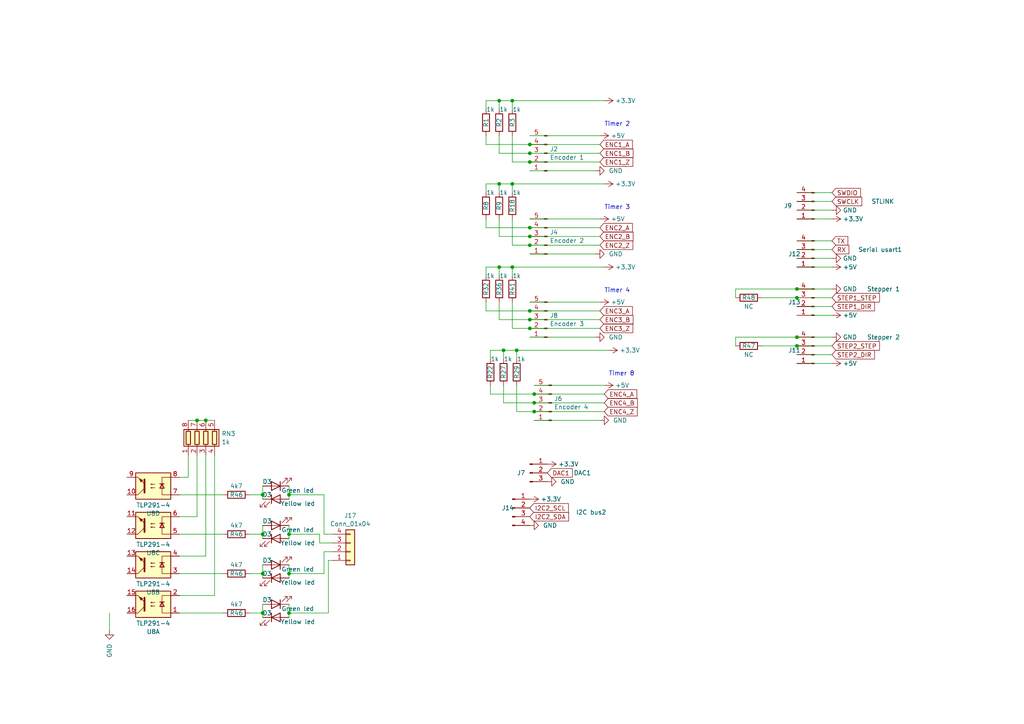
<source format=kicad_sch>
(kicad_sch (version 20230121) (generator eeschema)

  (uuid d19c7c83-0eea-4332-958a-4c973a41eedf)

  (paper "A4")

  (lib_symbols
    (symbol "Connector:Conn_01x03_Pin" (pin_names (offset 1.016) hide) (in_bom yes) (on_board yes)
      (property "Reference" "J" (at 0 5.08 0)
        (effects (font (size 1.27 1.27)))
      )
      (property "Value" "Conn_01x03_Pin" (at 0 -5.08 0)
        (effects (font (size 1.27 1.27)))
      )
      (property "Footprint" "" (at 0 0 0)
        (effects (font (size 1.27 1.27)) hide)
      )
      (property "Datasheet" "~" (at 0 0 0)
        (effects (font (size 1.27 1.27)) hide)
      )
      (property "ki_locked" "" (at 0 0 0)
        (effects (font (size 1.27 1.27)))
      )
      (property "ki_keywords" "connector" (at 0 0 0)
        (effects (font (size 1.27 1.27)) hide)
      )
      (property "ki_description" "Generic connector, single row, 01x03, script generated" (at 0 0 0)
        (effects (font (size 1.27 1.27)) hide)
      )
      (property "ki_fp_filters" "Connector*:*_1x??_*" (at 0 0 0)
        (effects (font (size 1.27 1.27)) hide)
      )
      (symbol "Conn_01x03_Pin_1_1"
        (polyline
          (pts
            (xy 1.27 -2.54)
            (xy 0.8636 -2.54)
          )
          (stroke (width 0.1524) (type default))
          (fill (type none))
        )
        (polyline
          (pts
            (xy 1.27 0)
            (xy 0.8636 0)
          )
          (stroke (width 0.1524) (type default))
          (fill (type none))
        )
        (polyline
          (pts
            (xy 1.27 2.54)
            (xy 0.8636 2.54)
          )
          (stroke (width 0.1524) (type default))
          (fill (type none))
        )
        (rectangle (start 0.8636 -2.413) (end 0 -2.667)
          (stroke (width 0.1524) (type default))
          (fill (type outline))
        )
        (rectangle (start 0.8636 0.127) (end 0 -0.127)
          (stroke (width 0.1524) (type default))
          (fill (type outline))
        )
        (rectangle (start 0.8636 2.667) (end 0 2.413)
          (stroke (width 0.1524) (type default))
          (fill (type outline))
        )
        (pin passive line (at 5.08 2.54 180) (length 3.81)
          (name "Pin_1" (effects (font (size 1.27 1.27))))
          (number "1" (effects (font (size 1.27 1.27))))
        )
        (pin passive line (at 5.08 0 180) (length 3.81)
          (name "Pin_2" (effects (font (size 1.27 1.27))))
          (number "2" (effects (font (size 1.27 1.27))))
        )
        (pin passive line (at 5.08 -2.54 180) (length 3.81)
          (name "Pin_3" (effects (font (size 1.27 1.27))))
          (number "3" (effects (font (size 1.27 1.27))))
        )
      )
    )
    (symbol "Connector:Conn_01x04_Pin" (pin_names (offset 1.016) hide) (in_bom yes) (on_board yes)
      (property "Reference" "J" (at 0 5.08 0)
        (effects (font (size 1.27 1.27)))
      )
      (property "Value" "Conn_01x04_Pin" (at 0 -7.62 0)
        (effects (font (size 1.27 1.27)))
      )
      (property "Footprint" "" (at 0 0 0)
        (effects (font (size 1.27 1.27)) hide)
      )
      (property "Datasheet" "~" (at 0 0 0)
        (effects (font (size 1.27 1.27)) hide)
      )
      (property "ki_locked" "" (at 0 0 0)
        (effects (font (size 1.27 1.27)))
      )
      (property "ki_keywords" "connector" (at 0 0 0)
        (effects (font (size 1.27 1.27)) hide)
      )
      (property "ki_description" "Generic connector, single row, 01x04, script generated" (at 0 0 0)
        (effects (font (size 1.27 1.27)) hide)
      )
      (property "ki_fp_filters" "Connector*:*_1x??_*" (at 0 0 0)
        (effects (font (size 1.27 1.27)) hide)
      )
      (symbol "Conn_01x04_Pin_1_1"
        (polyline
          (pts
            (xy 1.27 -5.08)
            (xy 0.8636 -5.08)
          )
          (stroke (width 0.1524) (type default))
          (fill (type none))
        )
        (polyline
          (pts
            (xy 1.27 -2.54)
            (xy 0.8636 -2.54)
          )
          (stroke (width 0.1524) (type default))
          (fill (type none))
        )
        (polyline
          (pts
            (xy 1.27 0)
            (xy 0.8636 0)
          )
          (stroke (width 0.1524) (type default))
          (fill (type none))
        )
        (polyline
          (pts
            (xy 1.27 2.54)
            (xy 0.8636 2.54)
          )
          (stroke (width 0.1524) (type default))
          (fill (type none))
        )
        (rectangle (start 0.8636 -4.953) (end 0 -5.207)
          (stroke (width 0.1524) (type default))
          (fill (type outline))
        )
        (rectangle (start 0.8636 -2.413) (end 0 -2.667)
          (stroke (width 0.1524) (type default))
          (fill (type outline))
        )
        (rectangle (start 0.8636 0.127) (end 0 -0.127)
          (stroke (width 0.1524) (type default))
          (fill (type outline))
        )
        (rectangle (start 0.8636 2.667) (end 0 2.413)
          (stroke (width 0.1524) (type default))
          (fill (type outline))
        )
        (pin passive line (at 5.08 2.54 180) (length 3.81)
          (name "Pin_1" (effects (font (size 1.27 1.27))))
          (number "1" (effects (font (size 1.27 1.27))))
        )
        (pin passive line (at 5.08 0 180) (length 3.81)
          (name "Pin_2" (effects (font (size 1.27 1.27))))
          (number "2" (effects (font (size 1.27 1.27))))
        )
        (pin passive line (at 5.08 -2.54 180) (length 3.81)
          (name "Pin_3" (effects (font (size 1.27 1.27))))
          (number "3" (effects (font (size 1.27 1.27))))
        )
        (pin passive line (at 5.08 -5.08 180) (length 3.81)
          (name "Pin_4" (effects (font (size 1.27 1.27))))
          (number "4" (effects (font (size 1.27 1.27))))
        )
      )
    )
    (symbol "Connector:Conn_01x05_Pin" (pin_names (offset 1.016) hide) (in_bom yes) (on_board yes)
      (property "Reference" "J" (at 0 7.62 0)
        (effects (font (size 1.27 1.27)))
      )
      (property "Value" "Conn_01x05_Pin" (at 0 -7.62 0)
        (effects (font (size 1.27 1.27)))
      )
      (property "Footprint" "" (at 0 0 0)
        (effects (font (size 1.27 1.27)) hide)
      )
      (property "Datasheet" "~" (at 0 0 0)
        (effects (font (size 1.27 1.27)) hide)
      )
      (property "ki_locked" "" (at 0 0 0)
        (effects (font (size 1.27 1.27)))
      )
      (property "ki_keywords" "connector" (at 0 0 0)
        (effects (font (size 1.27 1.27)) hide)
      )
      (property "ki_description" "Generic connector, single row, 01x05, script generated" (at 0 0 0)
        (effects (font (size 1.27 1.27)) hide)
      )
      (property "ki_fp_filters" "Connector*:*_1x??_*" (at 0 0 0)
        (effects (font (size 1.27 1.27)) hide)
      )
      (symbol "Conn_01x05_Pin_1_1"
        (polyline
          (pts
            (xy 1.27 -5.08)
            (xy 0.8636 -5.08)
          )
          (stroke (width 0.1524) (type default))
          (fill (type none))
        )
        (polyline
          (pts
            (xy 1.27 -2.54)
            (xy 0.8636 -2.54)
          )
          (stroke (width 0.1524) (type default))
          (fill (type none))
        )
        (polyline
          (pts
            (xy 1.27 0)
            (xy 0.8636 0)
          )
          (stroke (width 0.1524) (type default))
          (fill (type none))
        )
        (polyline
          (pts
            (xy 1.27 2.54)
            (xy 0.8636 2.54)
          )
          (stroke (width 0.1524) (type default))
          (fill (type none))
        )
        (polyline
          (pts
            (xy 1.27 5.08)
            (xy 0.8636 5.08)
          )
          (stroke (width 0.1524) (type default))
          (fill (type none))
        )
        (rectangle (start 0.8636 -4.953) (end 0 -5.207)
          (stroke (width 0.1524) (type default))
          (fill (type outline))
        )
        (rectangle (start 0.8636 -2.413) (end 0 -2.667)
          (stroke (width 0.1524) (type default))
          (fill (type outline))
        )
        (rectangle (start 0.8636 0.127) (end 0 -0.127)
          (stroke (width 0.1524) (type default))
          (fill (type outline))
        )
        (rectangle (start 0.8636 2.667) (end 0 2.413)
          (stroke (width 0.1524) (type default))
          (fill (type outline))
        )
        (rectangle (start 0.8636 5.207) (end 0 4.953)
          (stroke (width 0.1524) (type default))
          (fill (type outline))
        )
        (pin passive line (at 5.08 5.08 180) (length 3.81)
          (name "Pin_1" (effects (font (size 1.27 1.27))))
          (number "1" (effects (font (size 1.27 1.27))))
        )
        (pin passive line (at 5.08 2.54 180) (length 3.81)
          (name "Pin_2" (effects (font (size 1.27 1.27))))
          (number "2" (effects (font (size 1.27 1.27))))
        )
        (pin passive line (at 5.08 0 180) (length 3.81)
          (name "Pin_3" (effects (font (size 1.27 1.27))))
          (number "3" (effects (font (size 1.27 1.27))))
        )
        (pin passive line (at 5.08 -2.54 180) (length 3.81)
          (name "Pin_4" (effects (font (size 1.27 1.27))))
          (number "4" (effects (font (size 1.27 1.27))))
        )
        (pin passive line (at 5.08 -5.08 180) (length 3.81)
          (name "Pin_5" (effects (font (size 1.27 1.27))))
          (number "5" (effects (font (size 1.27 1.27))))
        )
      )
    )
    (symbol "Connector_Generic:Conn_01x04" (pin_names (offset 1.016) hide) (in_bom yes) (on_board yes)
      (property "Reference" "J" (at 0 5.08 0)
        (effects (font (size 1.27 1.27)))
      )
      (property "Value" "Conn_01x04" (at 0 -7.62 0)
        (effects (font (size 1.27 1.27)))
      )
      (property "Footprint" "" (at 0 0 0)
        (effects (font (size 1.27 1.27)) hide)
      )
      (property "Datasheet" "~" (at 0 0 0)
        (effects (font (size 1.27 1.27)) hide)
      )
      (property "ki_keywords" "connector" (at 0 0 0)
        (effects (font (size 1.27 1.27)) hide)
      )
      (property "ki_description" "Generic connector, single row, 01x04, script generated (kicad-library-utils/schlib/autogen/connector/)" (at 0 0 0)
        (effects (font (size 1.27 1.27)) hide)
      )
      (property "ki_fp_filters" "Connector*:*_1x??_*" (at 0 0 0)
        (effects (font (size 1.27 1.27)) hide)
      )
      (symbol "Conn_01x04_1_1"
        (rectangle (start -1.27 -4.953) (end 0 -5.207)
          (stroke (width 0.1524) (type default))
          (fill (type none))
        )
        (rectangle (start -1.27 -2.413) (end 0 -2.667)
          (stroke (width 0.1524) (type default))
          (fill (type none))
        )
        (rectangle (start -1.27 0.127) (end 0 -0.127)
          (stroke (width 0.1524) (type default))
          (fill (type none))
        )
        (rectangle (start -1.27 2.667) (end 0 2.413)
          (stroke (width 0.1524) (type default))
          (fill (type none))
        )
        (rectangle (start -1.27 3.81) (end 1.27 -6.35)
          (stroke (width 0.254) (type default))
          (fill (type background))
        )
        (pin passive line (at -5.08 2.54 0) (length 3.81)
          (name "Pin_1" (effects (font (size 1.27 1.27))))
          (number "1" (effects (font (size 1.27 1.27))))
        )
        (pin passive line (at -5.08 0 0) (length 3.81)
          (name "Pin_2" (effects (font (size 1.27 1.27))))
          (number "2" (effects (font (size 1.27 1.27))))
        )
        (pin passive line (at -5.08 -2.54 0) (length 3.81)
          (name "Pin_3" (effects (font (size 1.27 1.27))))
          (number "3" (effects (font (size 1.27 1.27))))
        )
        (pin passive line (at -5.08 -5.08 0) (length 3.81)
          (name "Pin_4" (effects (font (size 1.27 1.27))))
          (number "4" (effects (font (size 1.27 1.27))))
        )
      )
    )
    (symbol "Device:LED" (pin_numbers hide) (pin_names (offset 1.016) hide) (in_bom yes) (on_board yes)
      (property "Reference" "D" (at 0 2.54 0)
        (effects (font (size 1.27 1.27)))
      )
      (property "Value" "LED" (at 0 -2.54 0)
        (effects (font (size 1.27 1.27)))
      )
      (property "Footprint" "" (at 0 0 0)
        (effects (font (size 1.27 1.27)) hide)
      )
      (property "Datasheet" "~" (at 0 0 0)
        (effects (font (size 1.27 1.27)) hide)
      )
      (property "ki_keywords" "LED diode" (at 0 0 0)
        (effects (font (size 1.27 1.27)) hide)
      )
      (property "ki_description" "Light emitting diode" (at 0 0 0)
        (effects (font (size 1.27 1.27)) hide)
      )
      (property "ki_fp_filters" "LED* LED_SMD:* LED_THT:*" (at 0 0 0)
        (effects (font (size 1.27 1.27)) hide)
      )
      (symbol "LED_0_1"
        (polyline
          (pts
            (xy -1.27 -1.27)
            (xy -1.27 1.27)
          )
          (stroke (width 0.254) (type default))
          (fill (type none))
        )
        (polyline
          (pts
            (xy -1.27 0)
            (xy 1.27 0)
          )
          (stroke (width 0) (type default))
          (fill (type none))
        )
        (polyline
          (pts
            (xy 1.27 -1.27)
            (xy 1.27 1.27)
            (xy -1.27 0)
            (xy 1.27 -1.27)
          )
          (stroke (width 0.254) (type default))
          (fill (type none))
        )
        (polyline
          (pts
            (xy -3.048 -0.762)
            (xy -4.572 -2.286)
            (xy -3.81 -2.286)
            (xy -4.572 -2.286)
            (xy -4.572 -1.524)
          )
          (stroke (width 0) (type default))
          (fill (type none))
        )
        (polyline
          (pts
            (xy -1.778 -0.762)
            (xy -3.302 -2.286)
            (xy -2.54 -2.286)
            (xy -3.302 -2.286)
            (xy -3.302 -1.524)
          )
          (stroke (width 0) (type default))
          (fill (type none))
        )
      )
      (symbol "LED_1_1"
        (pin passive line (at -3.81 0 0) (length 2.54)
          (name "K" (effects (font (size 1.27 1.27))))
          (number "1" (effects (font (size 1.27 1.27))))
        )
        (pin passive line (at 3.81 0 180) (length 2.54)
          (name "A" (effects (font (size 1.27 1.27))))
          (number "2" (effects (font (size 1.27 1.27))))
        )
      )
    )
    (symbol "Device:R" (pin_numbers hide) (pin_names (offset 0)) (in_bom yes) (on_board yes)
      (property "Reference" "R" (at 2.032 0 90)
        (effects (font (size 1.27 1.27)))
      )
      (property "Value" "R" (at 0 0 90)
        (effects (font (size 1.27 1.27)))
      )
      (property "Footprint" "" (at -1.778 0 90)
        (effects (font (size 1.27 1.27)) hide)
      )
      (property "Datasheet" "~" (at 0 0 0)
        (effects (font (size 1.27 1.27)) hide)
      )
      (property "ki_keywords" "R res resistor" (at 0 0 0)
        (effects (font (size 1.27 1.27)) hide)
      )
      (property "ki_description" "Resistor" (at 0 0 0)
        (effects (font (size 1.27 1.27)) hide)
      )
      (property "ki_fp_filters" "R_*" (at 0 0 0)
        (effects (font (size 1.27 1.27)) hide)
      )
      (symbol "R_0_1"
        (rectangle (start -1.016 -2.54) (end 1.016 2.54)
          (stroke (width 0.254) (type default))
          (fill (type none))
        )
      )
      (symbol "R_1_1"
        (pin passive line (at 0 3.81 270) (length 1.27)
          (name "~" (effects (font (size 1.27 1.27))))
          (number "1" (effects (font (size 1.27 1.27))))
        )
        (pin passive line (at 0 -3.81 90) (length 1.27)
          (name "~" (effects (font (size 1.27 1.27))))
          (number "2" (effects (font (size 1.27 1.27))))
        )
      )
    )
    (symbol "Device:R_Pack04" (pin_names (offset 0) hide) (in_bom yes) (on_board yes)
      (property "Reference" "RN" (at -7.62 0 90)
        (effects (font (size 1.27 1.27)))
      )
      (property "Value" "R_Pack04" (at 5.08 0 90)
        (effects (font (size 1.27 1.27)))
      )
      (property "Footprint" "" (at 6.985 0 90)
        (effects (font (size 1.27 1.27)) hide)
      )
      (property "Datasheet" "~" (at 0 0 0)
        (effects (font (size 1.27 1.27)) hide)
      )
      (property "ki_keywords" "R network parallel topology isolated" (at 0 0 0)
        (effects (font (size 1.27 1.27)) hide)
      )
      (property "ki_description" "4 resistor network, parallel topology" (at 0 0 0)
        (effects (font (size 1.27 1.27)) hide)
      )
      (property "ki_fp_filters" "DIP* SOIC* R*Array*Concave* R*Array*Convex*" (at 0 0 0)
        (effects (font (size 1.27 1.27)) hide)
      )
      (symbol "R_Pack04_0_1"
        (rectangle (start -6.35 -2.413) (end 3.81 2.413)
          (stroke (width 0.254) (type default))
          (fill (type background))
        )
        (rectangle (start -5.715 1.905) (end -4.445 -1.905)
          (stroke (width 0.254) (type default))
          (fill (type none))
        )
        (rectangle (start -3.175 1.905) (end -1.905 -1.905)
          (stroke (width 0.254) (type default))
          (fill (type none))
        )
        (rectangle (start -0.635 1.905) (end 0.635 -1.905)
          (stroke (width 0.254) (type default))
          (fill (type none))
        )
        (polyline
          (pts
            (xy -5.08 -2.54)
            (xy -5.08 -1.905)
          )
          (stroke (width 0) (type default))
          (fill (type none))
        )
        (polyline
          (pts
            (xy -5.08 1.905)
            (xy -5.08 2.54)
          )
          (stroke (width 0) (type default))
          (fill (type none))
        )
        (polyline
          (pts
            (xy -2.54 -2.54)
            (xy -2.54 -1.905)
          )
          (stroke (width 0) (type default))
          (fill (type none))
        )
        (polyline
          (pts
            (xy -2.54 1.905)
            (xy -2.54 2.54)
          )
          (stroke (width 0) (type default))
          (fill (type none))
        )
        (polyline
          (pts
            (xy 0 -2.54)
            (xy 0 -1.905)
          )
          (stroke (width 0) (type default))
          (fill (type none))
        )
        (polyline
          (pts
            (xy 0 1.905)
            (xy 0 2.54)
          )
          (stroke (width 0) (type default))
          (fill (type none))
        )
        (polyline
          (pts
            (xy 2.54 -2.54)
            (xy 2.54 -1.905)
          )
          (stroke (width 0) (type default))
          (fill (type none))
        )
        (polyline
          (pts
            (xy 2.54 1.905)
            (xy 2.54 2.54)
          )
          (stroke (width 0) (type default))
          (fill (type none))
        )
        (rectangle (start 1.905 1.905) (end 3.175 -1.905)
          (stroke (width 0.254) (type default))
          (fill (type none))
        )
      )
      (symbol "R_Pack04_1_1"
        (pin passive line (at -5.08 -5.08 90) (length 2.54)
          (name "R1.1" (effects (font (size 1.27 1.27))))
          (number "1" (effects (font (size 1.27 1.27))))
        )
        (pin passive line (at -2.54 -5.08 90) (length 2.54)
          (name "R2.1" (effects (font (size 1.27 1.27))))
          (number "2" (effects (font (size 1.27 1.27))))
        )
        (pin passive line (at 0 -5.08 90) (length 2.54)
          (name "R3.1" (effects (font (size 1.27 1.27))))
          (number "3" (effects (font (size 1.27 1.27))))
        )
        (pin passive line (at 2.54 -5.08 90) (length 2.54)
          (name "R4.1" (effects (font (size 1.27 1.27))))
          (number "4" (effects (font (size 1.27 1.27))))
        )
        (pin passive line (at 2.54 5.08 270) (length 2.54)
          (name "R4.2" (effects (font (size 1.27 1.27))))
          (number "5" (effects (font (size 1.27 1.27))))
        )
        (pin passive line (at 0 5.08 270) (length 2.54)
          (name "R3.2" (effects (font (size 1.27 1.27))))
          (number "6" (effects (font (size 1.27 1.27))))
        )
        (pin passive line (at -2.54 5.08 270) (length 2.54)
          (name "R2.2" (effects (font (size 1.27 1.27))))
          (number "7" (effects (font (size 1.27 1.27))))
        )
        (pin passive line (at -5.08 5.08 270) (length 2.54)
          (name "R1.2" (effects (font (size 1.27 1.27))))
          (number "8" (effects (font (size 1.27 1.27))))
        )
      )
    )
    (symbol "Isolator:TLP291-4" (in_bom yes) (on_board yes)
      (property "Reference" "U" (at -5.08 5.08 0)
        (effects (font (size 1.27 1.27)) (justify left))
      )
      (property "Value" "TLP291-4" (at 0 5.08 0)
        (effects (font (size 1.27 1.27)) (justify left))
      )
      (property "Footprint" "Package_SO:SOIC-16_4.55x10.3mm_P1.27mm" (at -5.08 -5.08 0)
        (effects (font (size 1.27 1.27) italic) (justify left) hide)
      )
      (property "Datasheet" "https://toshiba.semicon-storage.com/info/docget.jsp?did=12858&prodName=TLP291-4" (at 0 0 0)
        (effects (font (size 1.27 1.27)) (justify left) hide)
      )
      (property "ki_keywords" "NPN DC Quad Optocoupler" (at 0 0 0)
        (effects (font (size 1.27 1.27)) hide)
      )
      (property "ki_description" "Quad DC Optocoupler, Vce 80V, CTR 50-100%, SOP16" (at 0 0 0)
        (effects (font (size 1.27 1.27)) hide)
      )
      (property "ki_fp_filters" "SOIC*4.55x10.3mm*P1.27mm*" (at 0 0 0)
        (effects (font (size 1.27 1.27)) hide)
      )
      (symbol "TLP291-4_0_1"
        (rectangle (start -5.08 3.81) (end 5.08 -3.81)
          (stroke (width 0.254) (type default))
          (fill (type background))
        )
        (polyline
          (pts
            (xy -3.175 -0.635)
            (xy -1.905 -0.635)
          )
          (stroke (width 0.254) (type default))
          (fill (type none))
        )
        (polyline
          (pts
            (xy 2.54 0.635)
            (xy 4.445 2.54)
          )
          (stroke (width 0) (type default))
          (fill (type none))
        )
        (polyline
          (pts
            (xy 4.445 -2.54)
            (xy 2.54 -0.635)
          )
          (stroke (width 0) (type default))
          (fill (type outline))
        )
        (polyline
          (pts
            (xy 4.445 -2.54)
            (xy 5.08 -2.54)
          )
          (stroke (width 0) (type default))
          (fill (type none))
        )
        (polyline
          (pts
            (xy 4.445 2.54)
            (xy 5.08 2.54)
          )
          (stroke (width 0) (type default))
          (fill (type none))
        )
        (polyline
          (pts
            (xy -5.08 2.54)
            (xy -2.54 2.54)
            (xy -2.54 0.635)
          )
          (stroke (width 0) (type default))
          (fill (type none))
        )
        (polyline
          (pts
            (xy -2.54 0.635)
            (xy -2.54 -2.54)
            (xy -5.08 -2.54)
          )
          (stroke (width 0) (type default))
          (fill (type none))
        )
        (polyline
          (pts
            (xy 2.54 1.905)
            (xy 2.54 -1.905)
            (xy 2.54 -1.905)
          )
          (stroke (width 0.508) (type default))
          (fill (type none))
        )
        (polyline
          (pts
            (xy -2.54 -0.635)
            (xy -3.175 0.635)
            (xy -1.905 0.635)
            (xy -2.54 -0.635)
          )
          (stroke (width 0.254) (type default))
          (fill (type none))
        )
        (polyline
          (pts
            (xy -0.508 -0.508)
            (xy 0.762 -0.508)
            (xy 0.381 -0.635)
            (xy 0.381 -0.381)
            (xy 0.762 -0.508)
          )
          (stroke (width 0) (type default))
          (fill (type none))
        )
        (polyline
          (pts
            (xy -0.508 0.508)
            (xy 0.762 0.508)
            (xy 0.381 0.381)
            (xy 0.381 0.635)
            (xy 0.762 0.508)
          )
          (stroke (width 0) (type default))
          (fill (type none))
        )
        (polyline
          (pts
            (xy 3.048 -1.651)
            (xy 3.556 -1.143)
            (xy 4.064 -2.159)
            (xy 3.048 -1.651)
            (xy 3.048 -1.651)
          )
          (stroke (width 0) (type default))
          (fill (type outline))
        )
      )
      (symbol "TLP291-4_1_1"
        (pin passive line (at -7.62 2.54 0) (length 2.54)
          (name "~" (effects (font (size 1.27 1.27))))
          (number "1" (effects (font (size 1.27 1.27))))
        )
        (pin passive line (at 7.62 -2.54 180) (length 2.54)
          (name "~" (effects (font (size 1.27 1.27))))
          (number "15" (effects (font (size 1.27 1.27))))
        )
        (pin passive line (at 7.62 2.54 180) (length 2.54)
          (name "~" (effects (font (size 1.27 1.27))))
          (number "16" (effects (font (size 1.27 1.27))))
        )
        (pin passive line (at -7.62 -2.54 0) (length 2.54)
          (name "~" (effects (font (size 1.27 1.27))))
          (number "2" (effects (font (size 1.27 1.27))))
        )
      )
      (symbol "TLP291-4_2_1"
        (pin passive line (at 7.62 -2.54 180) (length 2.54)
          (name "~" (effects (font (size 1.27 1.27))))
          (number "13" (effects (font (size 1.27 1.27))))
        )
        (pin passive line (at 7.62 2.54 180) (length 2.54)
          (name "~" (effects (font (size 1.27 1.27))))
          (number "14" (effects (font (size 1.27 1.27))))
        )
        (pin passive line (at -7.62 2.54 0) (length 2.54)
          (name "~" (effects (font (size 1.27 1.27))))
          (number "3" (effects (font (size 1.27 1.27))))
        )
        (pin passive line (at -7.62 -2.54 0) (length 2.54)
          (name "~" (effects (font (size 1.27 1.27))))
          (number "4" (effects (font (size 1.27 1.27))))
        )
      )
      (symbol "TLP291-4_3_1"
        (pin passive line (at 7.62 -2.54 180) (length 2.54)
          (name "~" (effects (font (size 1.27 1.27))))
          (number "11" (effects (font (size 1.27 1.27))))
        )
        (pin passive line (at 7.62 2.54 180) (length 2.54)
          (name "~" (effects (font (size 1.27 1.27))))
          (number "12" (effects (font (size 1.27 1.27))))
        )
        (pin passive line (at -7.62 2.54 0) (length 2.54)
          (name "~" (effects (font (size 1.27 1.27))))
          (number "5" (effects (font (size 1.27 1.27))))
        )
        (pin passive line (at -7.62 -2.54 0) (length 2.54)
          (name "~" (effects (font (size 1.27 1.27))))
          (number "6" (effects (font (size 1.27 1.27))))
        )
      )
      (symbol "TLP291-4_4_1"
        (pin passive line (at 7.62 2.54 180) (length 2.54)
          (name "~" (effects (font (size 1.27 1.27))))
          (number "10" (effects (font (size 1.27 1.27))))
        )
        (pin passive line (at -7.62 2.54 0) (length 2.54)
          (name "~" (effects (font (size 1.27 1.27))))
          (number "7" (effects (font (size 1.27 1.27))))
        )
        (pin passive line (at -7.62 -2.54 0) (length 2.54)
          (name "~" (effects (font (size 1.27 1.27))))
          (number "8" (effects (font (size 1.27 1.27))))
        )
        (pin passive line (at 7.62 -2.54 180) (length 2.54)
          (name "~" (effects (font (size 1.27 1.27))))
          (number "9" (effects (font (size 1.27 1.27))))
        )
      )
    )
    (symbol "power:+3.3V" (power) (pin_names (offset 0)) (in_bom yes) (on_board yes)
      (property "Reference" "#PWR" (at 0 -3.81 0)
        (effects (font (size 1.27 1.27)) hide)
      )
      (property "Value" "+3.3V" (at 0 3.556 0)
        (effects (font (size 1.27 1.27)))
      )
      (property "Footprint" "" (at 0 0 0)
        (effects (font (size 1.27 1.27)) hide)
      )
      (property "Datasheet" "" (at 0 0 0)
        (effects (font (size 1.27 1.27)) hide)
      )
      (property "ki_keywords" "global power" (at 0 0 0)
        (effects (font (size 1.27 1.27)) hide)
      )
      (property "ki_description" "Power symbol creates a global label with name \"+3.3V\"" (at 0 0 0)
        (effects (font (size 1.27 1.27)) hide)
      )
      (symbol "+3.3V_0_1"
        (polyline
          (pts
            (xy -0.762 1.27)
            (xy 0 2.54)
          )
          (stroke (width 0) (type default))
          (fill (type none))
        )
        (polyline
          (pts
            (xy 0 0)
            (xy 0 2.54)
          )
          (stroke (width 0) (type default))
          (fill (type none))
        )
        (polyline
          (pts
            (xy 0 2.54)
            (xy 0.762 1.27)
          )
          (stroke (width 0) (type default))
          (fill (type none))
        )
      )
      (symbol "+3.3V_1_1"
        (pin power_in line (at 0 0 90) (length 0) hide
          (name "+3.3V" (effects (font (size 1.27 1.27))))
          (number "1" (effects (font (size 1.27 1.27))))
        )
      )
    )
    (symbol "power:+5V" (power) (pin_names (offset 0)) (in_bom yes) (on_board yes)
      (property "Reference" "#PWR" (at 0 -3.81 0)
        (effects (font (size 1.27 1.27)) hide)
      )
      (property "Value" "+5V" (at 0 3.556 0)
        (effects (font (size 1.27 1.27)))
      )
      (property "Footprint" "" (at 0 0 0)
        (effects (font (size 1.27 1.27)) hide)
      )
      (property "Datasheet" "" (at 0 0 0)
        (effects (font (size 1.27 1.27)) hide)
      )
      (property "ki_keywords" "global power" (at 0 0 0)
        (effects (font (size 1.27 1.27)) hide)
      )
      (property "ki_description" "Power symbol creates a global label with name \"+5V\"" (at 0 0 0)
        (effects (font (size 1.27 1.27)) hide)
      )
      (symbol "+5V_0_1"
        (polyline
          (pts
            (xy -0.762 1.27)
            (xy 0 2.54)
          )
          (stroke (width 0) (type default))
          (fill (type none))
        )
        (polyline
          (pts
            (xy 0 0)
            (xy 0 2.54)
          )
          (stroke (width 0) (type default))
          (fill (type none))
        )
        (polyline
          (pts
            (xy 0 2.54)
            (xy 0.762 1.27)
          )
          (stroke (width 0) (type default))
          (fill (type none))
        )
      )
      (symbol "+5V_1_1"
        (pin power_in line (at 0 0 90) (length 0) hide
          (name "+5V" (effects (font (size 1.27 1.27))))
          (number "1" (effects (font (size 1.27 1.27))))
        )
      )
    )
    (symbol "power:GND" (power) (pin_names (offset 0)) (in_bom yes) (on_board yes)
      (property "Reference" "#PWR" (at 0 -6.35 0)
        (effects (font (size 1.27 1.27)) hide)
      )
      (property "Value" "GND" (at 0 -3.81 0)
        (effects (font (size 1.27 1.27)))
      )
      (property "Footprint" "" (at 0 0 0)
        (effects (font (size 1.27 1.27)) hide)
      )
      (property "Datasheet" "" (at 0 0 0)
        (effects (font (size 1.27 1.27)) hide)
      )
      (property "ki_keywords" "global power" (at 0 0 0)
        (effects (font (size 1.27 1.27)) hide)
      )
      (property "ki_description" "Power symbol creates a global label with name \"GND\" , ground" (at 0 0 0)
        (effects (font (size 1.27 1.27)) hide)
      )
      (symbol "GND_0_1"
        (polyline
          (pts
            (xy 0 0)
            (xy 0 -1.27)
            (xy 1.27 -1.27)
            (xy 0 -2.54)
            (xy -1.27 -1.27)
            (xy 0 -1.27)
          )
          (stroke (width 0) (type default))
          (fill (type none))
        )
      )
      (symbol "GND_1_1"
        (pin power_in line (at 0 0 270) (length 0) hide
          (name "GND" (effects (font (size 1.27 1.27))))
          (number "1" (effects (font (size 1.27 1.27))))
        )
      )
    )
  )

  (junction (at 83.82 177.8) (diameter 0) (color 0 0 0 0)
    (uuid 07d3f625-7ca5-4c52-af53-ca1ec832de11)
  )
  (junction (at 231.14 83.82) (diameter 0) (color 0 0 0 0)
    (uuid 0f28e45c-78c8-45f5-8747-e477574b40c6)
  )
  (junction (at 153.67 71.12) (diameter 0) (color 0 0 0 0)
    (uuid 157eeb28-7e9f-4678-ad1b-82c940b205aa)
  )
  (junction (at 153.67 68.58) (diameter 0) (color 0 0 0 0)
    (uuid 1fd61f19-fd7b-4ca8-9109-705eb3ba0282)
  )
  (junction (at 83.82 166.37) (diameter 0) (color 0 0 0 0)
    (uuid 26e6291b-14ac-48e0-8a6b-aa7bb87c88dd)
  )
  (junction (at 153.67 44.45) (diameter 0) (color 0 0 0 0)
    (uuid 2c81630d-49f6-459b-9f07-d3ed382e7f7c)
  )
  (junction (at 146.05 101.6) (diameter 0) (color 0 0 0 0)
    (uuid 2d7d1489-e412-4bb0-a366-9d2af31289e7)
  )
  (junction (at 76.2 143.51) (diameter 0) (color 0 0 0 0)
    (uuid 34b7e3e8-1bee-40c5-822a-a486736f54e6)
  )
  (junction (at 153.67 46.99) (diameter 0) (color 0 0 0 0)
    (uuid 390fab64-f3b8-457c-a0e0-cf493d141b9c)
  )
  (junction (at 148.59 77.47) (diameter 0) (color 0 0 0 0)
    (uuid 3ad9020b-fb70-4bed-a433-454ae3bb0ac2)
  )
  (junction (at 153.67 95.25) (diameter 0) (color 0 0 0 0)
    (uuid 586fcfac-36d8-40de-b7c3-8e741cecd384)
  )
  (junction (at 153.67 92.71) (diameter 0) (color 0 0 0 0)
    (uuid 626bc8e7-eebf-486d-9dac-ceb77e53c308)
  )
  (junction (at 59.69 121.92) (diameter 0) (color 0 0 0 0)
    (uuid 6ab9eda9-15ce-432b-847a-4a23e50dae16)
  )
  (junction (at 148.59 29.21) (diameter 0) (color 0 0 0 0)
    (uuid 725153af-2a16-408e-b485-cb4baab98bdb)
  )
  (junction (at 153.67 41.91) (diameter 0) (color 0 0 0 0)
    (uuid 7864e408-6d07-4db9-a437-e28a56bfb68f)
  )
  (junction (at 148.59 53.34) (diameter 0) (color 0 0 0 0)
    (uuid 79c9320f-6ae9-4927-a958-4ad08e1b69aa)
  )
  (junction (at 231.14 97.79) (diameter 0) (color 0 0 0 0)
    (uuid 82b4b339-2573-4c2f-a626-644e8ac4fc88)
  )
  (junction (at 153.67 66.04) (diameter 0) (color 0 0 0 0)
    (uuid 8639ce89-0826-4903-96fc-64d1b1388896)
  )
  (junction (at 231.14 100.33) (diameter 0) (color 0 0 0 0)
    (uuid 8c5f6b74-3660-4458-96b5-a7852b1e50f5)
  )
  (junction (at 83.82 143.51) (diameter 0) (color 0 0 0 0)
    (uuid 8dacce72-7583-4e7d-b0c6-4e23baaf2602)
  )
  (junction (at 154.94 119.38) (diameter 0) (color 0 0 0 0)
    (uuid 9386b3d4-2d5a-4cbb-9fae-eaaa7e4e5aaf)
  )
  (junction (at 144.78 29.21) (diameter 0) (color 0 0 0 0)
    (uuid 9ccb2c73-8f7c-42a5-8c80-efd51b417936)
  )
  (junction (at 144.78 53.34) (diameter 0) (color 0 0 0 0)
    (uuid a1d6fc74-ab2c-414f-b365-3c6defd6f95d)
  )
  (junction (at 76.2 166.37) (diameter 0) (color 0 0 0 0)
    (uuid a70d81eb-3092-4ab4-a71e-162dc5ecf29f)
  )
  (junction (at 154.94 114.3) (diameter 0) (color 0 0 0 0)
    (uuid b1f6ef2d-819c-4217-8b1c-f3904fdc2173)
  )
  (junction (at 144.78 77.47) (diameter 0) (color 0 0 0 0)
    (uuid b43883f8-735b-483c-b1d2-289b5a1a6c9c)
  )
  (junction (at 76.2 154.94) (diameter 0) (color 0 0 0 0)
    (uuid cbae4914-bbe9-48e4-90ce-095798d07a66)
  )
  (junction (at 57.15 121.92) (diameter 0) (color 0 0 0 0)
    (uuid cc6f0da4-1748-45ae-8cb3-00f891c8f483)
  )
  (junction (at 154.94 116.84) (diameter 0) (color 0 0 0 0)
    (uuid ce186696-2d52-497c-937c-f4b2dba55f7b)
  )
  (junction (at 76.2 177.8) (diameter 0) (color 0 0 0 0)
    (uuid d1c791c2-5902-451f-be58-7dc01271a8e8)
  )
  (junction (at 153.67 90.17) (diameter 0) (color 0 0 0 0)
    (uuid d317f92d-0325-4663-8828-01fe240bd0d4)
  )
  (junction (at 149.86 101.6) (diameter 0) (color 0 0 0 0)
    (uuid e1aa9f00-680c-4301-8225-845569c9ee29)
  )
  (junction (at 231.14 86.36) (diameter 0) (color 0 0 0 0)
    (uuid eab4b492-3a98-4108-aadd-eea42427902f)
  )
  (junction (at 83.82 154.94) (diameter 0) (color 0 0 0 0)
    (uuid f6fbe80c-e934-487e-84d9-fe2cf07521c8)
  )

  (wire (pts (xy 52.07 154.94) (xy 64.77 154.94))
    (stroke (width 0) (type default))
    (uuid 01c7129e-d54e-450b-ac88-ba1f62953586)
  )
  (wire (pts (xy 148.59 71.12) (xy 153.67 71.12))
    (stroke (width 0) (type default))
    (uuid 01d2d007-d35a-483e-a05e-4033449e3e7d)
  )
  (wire (pts (xy 76.2 166.37) (xy 76.2 167.64))
    (stroke (width 0) (type default))
    (uuid 01d96d1e-5579-4f0b-b057-d68ac237e0d7)
  )
  (wire (pts (xy 148.59 53.34) (xy 148.59 55.88))
    (stroke (width 0) (type default))
    (uuid 045cd2ee-53c3-42b4-b17c-56b5cca58fe6)
  )
  (wire (pts (xy 144.78 92.71) (xy 153.67 92.71))
    (stroke (width 0) (type default))
    (uuid 04773424-acd9-4a66-ab72-8b40997cde1d)
  )
  (wire (pts (xy 148.59 29.21) (xy 148.59 31.75))
    (stroke (width 0) (type default))
    (uuid 057f6133-58a3-4b4a-97ff-fe7be0021d92)
  )
  (wire (pts (xy 148.59 77.47) (xy 175.26 77.47))
    (stroke (width 0) (type default))
    (uuid 0b95b840-5781-465f-b758-e71ae1c24da9)
  )
  (wire (pts (xy 52.07 143.51) (xy 64.77 143.51))
    (stroke (width 0) (type default))
    (uuid 0c733ce2-8989-416b-bb6d-59831f7b40ee)
  )
  (wire (pts (xy 76.2 143.51) (xy 76.2 144.78))
    (stroke (width 0) (type default))
    (uuid 0d834640-5bd6-4b82-b365-32fb8f2d666c)
  )
  (wire (pts (xy 95.25 162.56) (xy 96.52 162.56))
    (stroke (width 0) (type default))
    (uuid 0fa7ae37-9663-4c90-8f1d-80d4ab2d3414)
  )
  (wire (pts (xy 52.07 161.29) (xy 59.69 161.29))
    (stroke (width 0) (type default))
    (uuid 1052673e-1444-48ba-9be1-e7c073871e8a)
  )
  (wire (pts (xy 231.14 69.85) (xy 241.3 69.85))
    (stroke (width 0) (type default))
    (uuid 12bfab30-3c7f-4c20-a81e-f6bcab689449)
  )
  (wire (pts (xy 140.97 77.47) (xy 144.78 77.47))
    (stroke (width 0) (type default))
    (uuid 13cf5787-6645-4a21-b08f-4afb7c9405f8)
  )
  (wire (pts (xy 140.97 53.34) (xy 144.78 53.34))
    (stroke (width 0) (type default))
    (uuid 160c58f8-e374-4bfe-a7a6-696874ae788c)
  )
  (wire (pts (xy 231.14 100.33) (xy 241.3 100.33))
    (stroke (width 0) (type default))
    (uuid 194b636a-b474-491f-8b88-eae9d7be58be)
  )
  (wire (pts (xy 72.39 166.37) (xy 76.2 166.37))
    (stroke (width 0) (type default))
    (uuid 1b2d7f1b-c326-49c2-9060-21c4fe1474cf)
  )
  (wire (pts (xy 140.97 55.88) (xy 140.97 53.34))
    (stroke (width 0) (type default))
    (uuid 1bb1c6f2-46a9-4e62-82e9-08e5ec102ddf)
  )
  (wire (pts (xy 231.14 97.79) (xy 241.3 97.79))
    (stroke (width 0) (type default))
    (uuid 1c17617c-5985-4024-afd4-f3912f94a2c8)
  )
  (wire (pts (xy 96.52 157.48) (xy 92.71 157.48))
    (stroke (width 0) (type default))
    (uuid 1cc68282-b6c1-43f0-ad81-9d3e7e6b2043)
  )
  (wire (pts (xy 149.86 119.38) (xy 154.94 119.38))
    (stroke (width 0) (type default))
    (uuid 206d1bb6-3e19-455a-bee3-33f4e2410e8f)
  )
  (wire (pts (xy 140.97 29.21) (xy 144.78 29.21))
    (stroke (width 0) (type default))
    (uuid 216255a0-12ae-4b6b-900b-a88840295a63)
  )
  (wire (pts (xy 144.78 29.21) (xy 148.59 29.21))
    (stroke (width 0) (type default))
    (uuid 23375de0-208d-4b51-a7ba-8aafad512551)
  )
  (wire (pts (xy 173.99 121.92) (xy 154.94 121.92))
    (stroke (width 0) (type default))
    (uuid 25b48ef2-0cc7-448d-baf6-e41e645cce51)
  )
  (wire (pts (xy 144.78 77.47) (xy 144.78 80.01))
    (stroke (width 0) (type default))
    (uuid 272444fa-cb6e-4d82-8604-8b13be0838e5)
  )
  (wire (pts (xy 148.59 63.5) (xy 148.59 71.12))
    (stroke (width 0) (type default))
    (uuid 2867a1da-8c4d-43c3-b93b-fe2f7147685e)
  )
  (wire (pts (xy 52.07 149.86) (xy 57.15 149.86))
    (stroke (width 0) (type default))
    (uuid 29053923-60af-41a3-bd9e-97ab6bcce108)
  )
  (wire (pts (xy 140.97 66.04) (xy 153.67 66.04))
    (stroke (width 0) (type default))
    (uuid 2afc4a80-2851-4be3-a62e-2ef65b105014)
  )
  (wire (pts (xy 142.24 111.76) (xy 142.24 114.3))
    (stroke (width 0) (type default))
    (uuid 2b552aa2-9404-4ddc-b6fe-f1101aaae516)
  )
  (wire (pts (xy 231.14 86.36) (xy 241.3 86.36))
    (stroke (width 0) (type default))
    (uuid 2baea564-a5ec-4ffd-8f03-852bdc023590)
  )
  (wire (pts (xy 95.25 162.56) (xy 95.25 177.8))
    (stroke (width 0) (type default))
    (uuid 2d9f543a-9da4-43d5-b374-d8fb8f1f7984)
  )
  (wire (pts (xy 148.59 95.25) (xy 153.67 95.25))
    (stroke (width 0) (type default))
    (uuid 2e4dcb01-b90f-4934-b31b-25d24f935bff)
  )
  (wire (pts (xy 153.67 41.91) (xy 173.99 41.91))
    (stroke (width 0) (type default))
    (uuid 331bfca8-c049-4c6a-a808-2d41e13311e8)
  )
  (wire (pts (xy 148.59 53.34) (xy 175.26 53.34))
    (stroke (width 0) (type default))
    (uuid 3635966d-184e-4c12-84cd-c0c887d19530)
  )
  (wire (pts (xy 93.98 166.37) (xy 83.82 166.37))
    (stroke (width 0) (type default))
    (uuid 3972b15a-71c8-41da-871e-91cb89f080c3)
  )
  (wire (pts (xy 52.07 138.43) (xy 54.61 138.43))
    (stroke (width 0) (type default))
    (uuid 39ab5452-c0f8-48d8-9e17-6ae0d5c6c509)
  )
  (wire (pts (xy 96.52 160.02) (xy 93.98 160.02))
    (stroke (width 0) (type default))
    (uuid 4013b057-7e3f-418e-baeb-f81b52c380f6)
  )
  (wire (pts (xy 93.98 160.02) (xy 93.98 166.37))
    (stroke (width 0) (type default))
    (uuid 403aa0ea-7e2b-44d1-82a1-63f25024185d)
  )
  (wire (pts (xy 72.39 143.51) (xy 76.2 143.51))
    (stroke (width 0) (type default))
    (uuid 406c8c1a-fd77-4500-b5a2-08835a6d44f1)
  )
  (wire (pts (xy 92.71 157.48) (xy 92.71 154.94))
    (stroke (width 0) (type default))
    (uuid 44a3fc0f-2853-43c9-8784-868579e2cf6a)
  )
  (wire (pts (xy 144.78 87.63) (xy 144.78 92.71))
    (stroke (width 0) (type default))
    (uuid 4a557729-a191-4f0e-b50e-cb0e89baa087)
  )
  (wire (pts (xy 149.86 111.76) (xy 149.86 119.38))
    (stroke (width 0) (type default))
    (uuid 4b2bbfda-8a4a-4525-b861-df35f601dd55)
  )
  (wire (pts (xy 231.14 60.96) (xy 241.3 60.96))
    (stroke (width 0) (type default))
    (uuid 4df13696-b0c8-459e-adb3-5a8f8acc3088)
  )
  (wire (pts (xy 140.97 80.01) (xy 140.97 77.47))
    (stroke (width 0) (type default))
    (uuid 4e761a1d-b169-4638-a737-da8370aa9e14)
  )
  (wire (pts (xy 76.2 163.83) (xy 76.2 166.37))
    (stroke (width 0) (type default))
    (uuid 515c3e57-f3af-4889-99e5-906ecafa016d)
  )
  (wire (pts (xy 154.94 114.3) (xy 175.26 114.3))
    (stroke (width 0) (type default))
    (uuid 58498ee0-71b2-4b57-84ce-fbd317f3ef7a)
  )
  (wire (pts (xy 83.82 143.51) (xy 83.82 144.78))
    (stroke (width 0) (type default))
    (uuid 595c9f85-9fe3-48f4-b270-689bd143ea47)
  )
  (wire (pts (xy 213.36 86.36) (xy 213.36 83.82))
    (stroke (width 0) (type default))
    (uuid 5b51458f-bff5-47cd-9ce3-cbcf1fa3bd6e)
  )
  (wire (pts (xy 231.14 74.93) (xy 241.3 74.93))
    (stroke (width 0) (type default))
    (uuid 5cf2289f-27eb-47e5-8837-755867f4787d)
  )
  (wire (pts (xy 146.05 111.76) (xy 146.05 116.84))
    (stroke (width 0) (type default))
    (uuid 60db811e-f5c8-4e99-92aa-57425788923d)
  )
  (wire (pts (xy 57.15 149.86) (xy 57.15 132.08))
    (stroke (width 0) (type default))
    (uuid 6843215b-1f8a-45ae-b690-2e2fa7ca1edf)
  )
  (wire (pts (xy 153.67 46.99) (xy 173.99 46.99))
    (stroke (width 0) (type default))
    (uuid 6affbf2a-bacd-4fa7-aa3b-aa7b2092ca7f)
  )
  (wire (pts (xy 72.39 154.94) (xy 76.2 154.94))
    (stroke (width 0) (type default))
    (uuid 6d0450db-1f12-4644-9949-1a1ac634ac2f)
  )
  (wire (pts (xy 149.86 101.6) (xy 149.86 104.14))
    (stroke (width 0) (type default))
    (uuid 70cb479c-1c45-44db-9247-7ee4c8013842)
  )
  (wire (pts (xy 83.82 166.37) (xy 83.82 167.64))
    (stroke (width 0) (type default))
    (uuid 73c0da12-c5b4-43c1-9b26-118d398307f2)
  )
  (wire (pts (xy 62.23 172.72) (xy 62.23 132.08))
    (stroke (width 0) (type default))
    (uuid 73cc1c1d-a15c-40ff-b853-6649545d0800)
  )
  (wire (pts (xy 153.67 95.25) (xy 173.99 95.25))
    (stroke (width 0) (type default))
    (uuid 75ed0fb2-5c41-4040-a9ce-1549e9098150)
  )
  (wire (pts (xy 153.67 68.58) (xy 173.99 68.58))
    (stroke (width 0) (type default))
    (uuid 76f62f94-6047-448e-b0f9-e8e90bba5991)
  )
  (wire (pts (xy 142.24 104.14) (xy 142.24 101.6))
    (stroke (width 0) (type default))
    (uuid 78b1cbd3-481b-4d0e-9e6b-b07438d2acd2)
  )
  (wire (pts (xy 52.07 172.72) (xy 62.23 172.72))
    (stroke (width 0) (type default))
    (uuid 78b95368-e5b5-49d0-875f-13496e3aae98)
  )
  (wire (pts (xy 76.2 152.4) (xy 76.2 154.94))
    (stroke (width 0) (type default))
    (uuid 79e005c3-db68-4117-9bab-b69925a9649a)
  )
  (wire (pts (xy 173.99 87.63) (xy 153.67 87.63))
    (stroke (width 0) (type default))
    (uuid 7a09a254-a3ee-4b95-981a-438321453ae3)
  )
  (wire (pts (xy 231.14 105.41) (xy 241.3 105.41))
    (stroke (width 0) (type default))
    (uuid 7a0d8790-2d89-4ec2-9653-90bdbe3dfc21)
  )
  (wire (pts (xy 241.3 63.5) (xy 231.14 63.5))
    (stroke (width 0) (type default))
    (uuid 7a1828b8-ec66-453e-8848-152277710842)
  )
  (wire (pts (xy 140.97 87.63) (xy 140.97 90.17))
    (stroke (width 0) (type default))
    (uuid 7aff91c0-e86f-47f3-ab61-17e7d04a66de)
  )
  (wire (pts (xy 76.2 140.97) (xy 76.2 143.51))
    (stroke (width 0) (type default))
    (uuid 7e558363-994c-4d10-9c49-9877d8281a00)
  )
  (wire (pts (xy 142.24 101.6) (xy 146.05 101.6))
    (stroke (width 0) (type default))
    (uuid 7e96709f-58d6-49d5-8091-d75e2063a809)
  )
  (wire (pts (xy 83.82 140.97) (xy 83.82 143.51))
    (stroke (width 0) (type default))
    (uuid 8108d731-2ab8-40d5-9387-42c78369bb04)
  )
  (wire (pts (xy 93.98 143.51) (xy 83.82 143.51))
    (stroke (width 0) (type default))
    (uuid 8230db7c-8662-4d0b-8476-d6e07fcf9cc8)
  )
  (wire (pts (xy 220.98 100.33) (xy 231.14 100.33))
    (stroke (width 0) (type default))
    (uuid 8379a3de-87a7-4d2c-bf02-92116255536f)
  )
  (wire (pts (xy 144.78 29.21) (xy 144.78 31.75))
    (stroke (width 0) (type default))
    (uuid 83b6a014-7104-47c7-a53c-3dfe5cc5e5e9)
  )
  (wire (pts (xy 140.97 41.91) (xy 153.67 41.91))
    (stroke (width 0) (type default))
    (uuid 84e05d6a-6b62-46ca-a0e3-fbe26d4025ee)
  )
  (wire (pts (xy 76.2 154.94) (xy 76.2 156.21))
    (stroke (width 0) (type default))
    (uuid 85122f5c-f6a8-4fe3-8594-2227e17be933)
  )
  (wire (pts (xy 175.26 111.76) (xy 154.94 111.76))
    (stroke (width 0) (type default))
    (uuid 8516426f-03fd-4cd4-b0c0-f48739edce35)
  )
  (wire (pts (xy 76.2 175.26) (xy 76.2 177.8))
    (stroke (width 0) (type default))
    (uuid 8583220a-04f6-4941-9396-40535ccbe93f)
  )
  (wire (pts (xy 54.61 138.43) (xy 54.61 132.08))
    (stroke (width 0) (type default))
    (uuid 87f88a5c-bebf-4722-9203-76c63eb97254)
  )
  (wire (pts (xy 153.67 92.71) (xy 173.99 92.71))
    (stroke (width 0) (type default))
    (uuid 8bce499d-619d-4ae6-b109-573ed87783f6)
  )
  (wire (pts (xy 153.67 90.17) (xy 173.99 90.17))
    (stroke (width 0) (type default))
    (uuid 91537e44-781e-4676-b4d4-e08b8a159e06)
  )
  (wire (pts (xy 148.59 29.21) (xy 175.26 29.21))
    (stroke (width 0) (type default))
    (uuid 98525c6a-621e-44f5-bf72-f457738ba2ae)
  )
  (wire (pts (xy 140.97 31.75) (xy 140.97 29.21))
    (stroke (width 0) (type default))
    (uuid 98db0e59-fbf7-486c-ab38-e923807de071)
  )
  (wire (pts (xy 83.82 152.4) (xy 83.82 154.94))
    (stroke (width 0) (type default))
    (uuid 9ec585c5-56be-4ef2-9529-085e457f216d)
  )
  (wire (pts (xy 140.97 63.5) (xy 140.97 66.04))
    (stroke (width 0) (type default))
    (uuid a42da3b9-2171-485b-a536-3f206158b652)
  )
  (wire (pts (xy 72.39 177.8) (xy 76.2 177.8))
    (stroke (width 0) (type default))
    (uuid a4d0aabd-a812-4dfe-a1cd-a32649bcf6b5)
  )
  (wire (pts (xy 213.36 100.33) (xy 213.36 97.79))
    (stroke (width 0) (type default))
    (uuid a684e21e-ed9b-46bb-8d3d-8b4ee7b4460c)
  )
  (wire (pts (xy 148.59 39.37) (xy 148.59 46.99))
    (stroke (width 0) (type default))
    (uuid a72bb99b-132f-4c9d-9ebc-83f035446577)
  )
  (wire (pts (xy 52.07 177.8) (xy 64.77 177.8))
    (stroke (width 0) (type default))
    (uuid a906f526-ca19-45c7-bc8a-dea2e0a1dc12)
  )
  (wire (pts (xy 231.14 58.42) (xy 241.3 58.42))
    (stroke (width 0) (type default))
    (uuid a9ec332e-0417-4a14-bb79-5d40e8579367)
  )
  (wire (pts (xy 231.14 77.47) (xy 241.3 77.47))
    (stroke (width 0) (type default))
    (uuid afe4637f-e29b-4c82-9dd6-dcd325d802f7)
  )
  (wire (pts (xy 220.98 86.36) (xy 231.14 86.36))
    (stroke (width 0) (type default))
    (uuid b07d448e-05c0-4411-a638-bf5b0220aa0d)
  )
  (wire (pts (xy 140.97 39.37) (xy 140.97 41.91))
    (stroke (width 0) (type default))
    (uuid b100b0f1-42a8-4e6f-91aa-0bce6857304e)
  )
  (wire (pts (xy 153.67 44.45) (xy 173.99 44.45))
    (stroke (width 0) (type default))
    (uuid b122cac1-9511-424c-878c-075a520f075c)
  )
  (wire (pts (xy 93.98 154.94) (xy 93.98 143.51))
    (stroke (width 0) (type default))
    (uuid b1a8d1f5-0884-490f-9f4d-698579a39c1e)
  )
  (wire (pts (xy 95.25 177.8) (xy 83.82 177.8))
    (stroke (width 0) (type default))
    (uuid b5a44966-214a-418d-bf01-cac129d89689)
  )
  (wire (pts (xy 31.75 182.88) (xy 31.75 177.8))
    (stroke (width 0) (type default))
    (uuid ba542af8-9522-4caa-af2f-94ba2a065725)
  )
  (wire (pts (xy 57.15 121.92) (xy 59.69 121.92))
    (stroke (width 0) (type default))
    (uuid bbe7277e-cadb-4df2-9d02-35e95a7386f3)
  )
  (wire (pts (xy 173.99 63.5) (xy 153.67 63.5))
    (stroke (width 0) (type default))
    (uuid bc516e96-4dd8-4e74-be1e-a8ff92736019)
  )
  (wire (pts (xy 92.71 154.94) (xy 83.82 154.94))
    (stroke (width 0) (type default))
    (uuid bd78625d-4ad0-4e4a-803e-64592fa29f03)
  )
  (wire (pts (xy 213.36 83.82) (xy 231.14 83.82))
    (stroke (width 0) (type default))
    (uuid c3e48c51-ccda-4ccc-acca-fd3922997240)
  )
  (wire (pts (xy 149.86 101.6) (xy 176.53 101.6))
    (stroke (width 0) (type default))
    (uuid c7fc9a9b-558e-4828-bcb7-8f8ab5dccaf1)
  )
  (wire (pts (xy 96.52 154.94) (xy 93.98 154.94))
    (stroke (width 0) (type default))
    (uuid cb2095d2-de8e-4ec8-ab78-3fe20d7c349f)
  )
  (wire (pts (xy 83.82 175.26) (xy 83.82 177.8))
    (stroke (width 0) (type default))
    (uuid cd17b038-c219-4aeb-8f80-49079ff5da4a)
  )
  (wire (pts (xy 146.05 101.6) (xy 149.86 101.6))
    (stroke (width 0) (type default))
    (uuid cdd97728-36f0-43f7-b59a-8caf6f513ba6)
  )
  (wire (pts (xy 154.94 116.84) (xy 175.26 116.84))
    (stroke (width 0) (type default))
    (uuid d0a4dfb0-132d-469b-afd5-1d49cb8476b2)
  )
  (wire (pts (xy 231.14 55.88) (xy 241.3 55.88))
    (stroke (width 0) (type default))
    (uuid d1a89524-d719-4796-9122-9a6da15e881c)
  )
  (wire (pts (xy 213.36 97.79) (xy 231.14 97.79))
    (stroke (width 0) (type default))
    (uuid d2bc16bc-bd34-4fe1-842e-593a1256d08a)
  )
  (wire (pts (xy 172.72 49.53) (xy 153.67 49.53))
    (stroke (width 0) (type default))
    (uuid d37fd46d-583f-4119-9c87-2eb4b532fd30)
  )
  (wire (pts (xy 59.69 161.29) (xy 59.69 132.08))
    (stroke (width 0) (type default))
    (uuid d3f61617-3b6d-4215-99c4-27d87df037bf)
  )
  (wire (pts (xy 83.82 177.8) (xy 83.82 179.07))
    (stroke (width 0) (type default))
    (uuid d4fc6a97-02c4-42ff-9d6d-9997c1c640b7)
  )
  (wire (pts (xy 144.78 63.5) (xy 144.78 68.58))
    (stroke (width 0) (type default))
    (uuid d5b58e10-992d-4c57-bbbf-9f90666153e7)
  )
  (wire (pts (xy 54.61 121.92) (xy 57.15 121.92))
    (stroke (width 0) (type default))
    (uuid d79d3e56-ab95-44a2-a82f-012917e69b94)
  )
  (wire (pts (xy 59.69 121.92) (xy 62.23 121.92))
    (stroke (width 0) (type default))
    (uuid d7e60ec6-7221-41c5-a889-6b554042cc5b)
  )
  (wire (pts (xy 146.05 101.6) (xy 146.05 104.14))
    (stroke (width 0) (type default))
    (uuid d8806986-f5dc-4dc8-bac2-f59abdcd597f)
  )
  (wire (pts (xy 144.78 77.47) (xy 148.59 77.47))
    (stroke (width 0) (type default))
    (uuid d9018ae9-85d6-475f-a3c8-1a743d744e4c)
  )
  (wire (pts (xy 173.99 39.37) (xy 153.67 39.37))
    (stroke (width 0) (type default))
    (uuid dd96847e-382e-4dad-88ac-2eca6ad76206)
  )
  (wire (pts (xy 144.78 68.58) (xy 153.67 68.58))
    (stroke (width 0) (type default))
    (uuid dd9d2d22-6997-4883-9e3e-f759e7179963)
  )
  (wire (pts (xy 83.82 154.94) (xy 83.82 156.21))
    (stroke (width 0) (type default))
    (uuid de5ac911-c167-4366-bd1f-0c86cce34a28)
  )
  (wire (pts (xy 172.72 97.79) (xy 153.67 97.79))
    (stroke (width 0) (type default))
    (uuid e0c2008e-1d9e-443f-9272-e20c6da3e175)
  )
  (wire (pts (xy 144.78 39.37) (xy 144.78 44.45))
    (stroke (width 0) (type default))
    (uuid e1cad341-96b3-46e4-8010-1d9a561e7c61)
  )
  (wire (pts (xy 148.59 46.99) (xy 153.67 46.99))
    (stroke (width 0) (type default))
    (uuid e276f934-97eb-48e8-a4c2-3c220f8b431d)
  )
  (wire (pts (xy 231.14 102.87) (xy 241.3 102.87))
    (stroke (width 0) (type default))
    (uuid e47cf60b-4466-4227-b5ca-249e86ec5269)
  )
  (wire (pts (xy 140.97 90.17) (xy 153.67 90.17))
    (stroke (width 0) (type default))
    (uuid e5060005-f1a2-4637-aa1a-cb3bf58a4c0a)
  )
  (wire (pts (xy 154.94 119.38) (xy 175.26 119.38))
    (stroke (width 0) (type default))
    (uuid e6412773-1642-4a1d-9c47-76158232a6b2)
  )
  (wire (pts (xy 148.59 87.63) (xy 148.59 95.25))
    (stroke (width 0) (type default))
    (uuid e7949f5d-4e8d-41c7-bb68-e2637d4c1417)
  )
  (wire (pts (xy 144.78 44.45) (xy 153.67 44.45))
    (stroke (width 0) (type default))
    (uuid e7f845c5-b0c6-47b1-9218-810566114c20)
  )
  (wire (pts (xy 153.67 66.04) (xy 173.99 66.04))
    (stroke (width 0) (type default))
    (uuid e80a5fc3-bda8-448c-be9e-8641f6014e2a)
  )
  (wire (pts (xy 231.14 88.9) (xy 241.3 88.9))
    (stroke (width 0) (type default))
    (uuid e89ae39a-69da-4d05-9644-ef0e6d5710ba)
  )
  (wire (pts (xy 52.07 166.37) (xy 64.77 166.37))
    (stroke (width 0) (type default))
    (uuid e9688365-6d5f-435d-a953-f916e984f07c)
  )
  (wire (pts (xy 231.14 91.44) (xy 241.3 91.44))
    (stroke (width 0) (type default))
    (uuid ed9df533-f417-45a2-a4d7-5bfe4ddcd600)
  )
  (wire (pts (xy 153.67 71.12) (xy 173.99 71.12))
    (stroke (width 0) (type default))
    (uuid ede4f41d-1b82-40a8-9c82-075eb262a196)
  )
  (wire (pts (xy 172.72 73.66) (xy 153.67 73.66))
    (stroke (width 0) (type default))
    (uuid eefc93d7-6060-4af3-bd57-aa24f4391023)
  )
  (wire (pts (xy 148.59 77.47) (xy 148.59 80.01))
    (stroke (width 0) (type default))
    (uuid f03b403c-90ce-45e1-b46d-a0069802ef38)
  )
  (wire (pts (xy 83.82 163.83) (xy 83.82 166.37))
    (stroke (width 0) (type default))
    (uuid f0a04dc2-a013-4dae-9763-e2e5c107b353)
  )
  (wire (pts (xy 231.14 72.39) (xy 241.3 72.39))
    (stroke (width 0) (type default))
    (uuid f14b168a-ff05-418a-b7e1-ec54003c401d)
  )
  (wire (pts (xy 144.78 53.34) (xy 144.78 55.88))
    (stroke (width 0) (type default))
    (uuid f58b20cd-cc51-4740-8cd9-bb6099f417f0)
  )
  (wire (pts (xy 144.78 53.34) (xy 148.59 53.34))
    (stroke (width 0) (type default))
    (uuid f5a429e8-476e-44e4-b2fe-8f251ba233e3)
  )
  (wire (pts (xy 76.2 177.8) (xy 76.2 179.07))
    (stroke (width 0) (type default))
    (uuid f7d3faa4-6604-41cb-ba6a-17cab4dbf951)
  )
  (wire (pts (xy 142.24 114.3) (xy 154.94 114.3))
    (stroke (width 0) (type default))
    (uuid fb5111c4-681f-4cc1-adb0-76790bcf68c0)
  )
  (wire (pts (xy 146.05 116.84) (xy 154.94 116.84))
    (stroke (width 0) (type default))
    (uuid fcc6d3fc-326b-46fd-af46-637c365f9461)
  )
  (wire (pts (xy 231.14 83.82) (xy 241.3 83.82))
    (stroke (width 0) (type default))
    (uuid ffd22ccd-4c5e-40db-98a6-7fdb57d825dc)
  )

  (text "Timer 4" (at 175.26 85.09 0)
    (effects (font (size 1.27 1.27)) (justify left bottom))
    (uuid 2c4522d0-1725-40cd-9bd6-d968168606cc)
  )
  (text "Timer 8" (at 176.53 109.22 0)
    (effects (font (size 1.27 1.27)) (justify left bottom))
    (uuid 7eb1ab64-fcc6-43b8-ae27-b979c956bcd2)
  )
  (text "Timer 3" (at 175.26 60.96 0)
    (effects (font (size 1.27 1.27)) (justify left bottom))
    (uuid 89cac169-bf3c-45a2-8393-89ff70766aac)
  )
  (text "Timer 2" (at 175.26 36.83 0)
    (effects (font (size 1.27 1.27)) (justify left bottom))
    (uuid fa9f0f87-49ac-461d-b6e7-b6dd056a4cff)
  )

  (global_label "TX" (shape input) (at 241.3 69.85 0) (fields_autoplaced)
    (effects (font (size 1.27 1.27)) (justify left))
    (uuid 029d309d-b167-44d4-900e-2ae49d616f5b)
    (property "Intersheetrefs" "${INTERSHEET_REFS}" (at 246.4623 69.85 0)
      (effects (font (size 1.27 1.27)) (justify left) hide)
    )
  )
  (global_label "ENC3_B" (shape input) (at 173.99 92.71 0) (fields_autoplaced)
    (effects (font (size 1.27 1.27)) (justify left))
    (uuid 14faecf6-d6b2-402c-95fd-e1b28553bfca)
    (property "Intersheetrefs" "${INTERSHEET_REFS}" (at 184.1718 92.71 0)
      (effects (font (size 1.27 1.27)) (justify left) hide)
    )
  )
  (global_label "STEP1_DIR" (shape input) (at 241.3 88.9 0) (fields_autoplaced)
    (effects (font (size 1.27 1.27)) (justify left))
    (uuid 27b748f0-7c23-4f2e-b778-e3fc7c354da9)
    (property "Intersheetrefs" "${INTERSHEET_REFS}" (at 254.2032 88.9 0)
      (effects (font (size 1.27 1.27)) (justify left) hide)
    )
  )
  (global_label "I2C2_SCL" (shape input) (at 153.67 147.32 0) (fields_autoplaced)
    (effects (font (size 1.27 1.27)) (justify left))
    (uuid 2cb11ce6-f08b-4c4d-9fad-9c9e44fb3a08)
    (property "Intersheetrefs" "${INTERSHEET_REFS}" (at 165.4242 147.32 0)
      (effects (font (size 1.27 1.27)) (justify left) hide)
    )
  )
  (global_label "ENC1_Z" (shape input) (at 173.99 46.99 0) (fields_autoplaced)
    (effects (font (size 1.27 1.27)) (justify left))
    (uuid 35bdbc47-86b7-4683-a433-18251bcb5386)
    (property "Intersheetrefs" "${INTERSHEET_REFS}" (at 184.1113 46.99 0)
      (effects (font (size 1.27 1.27)) (justify left) hide)
    )
  )
  (global_label "STEP2_DIR" (shape input) (at 241.3 102.87 0) (fields_autoplaced)
    (effects (font (size 1.27 1.27)) (justify left))
    (uuid 43ac91f7-0bca-40d4-9f68-3f1b512a8f3b)
    (property "Intersheetrefs" "${INTERSHEET_REFS}" (at 254.2032 102.87 0)
      (effects (font (size 1.27 1.27)) (justify left) hide)
    )
  )
  (global_label "ENC2_B" (shape input) (at 173.99 68.58 0) (fields_autoplaced)
    (effects (font (size 1.27 1.27)) (justify left))
    (uuid 4501b0fd-3843-4747-83a9-f557cee20110)
    (property "Intersheetrefs" "${INTERSHEET_REFS}" (at 184.1718 68.58 0)
      (effects (font (size 1.27 1.27)) (justify left) hide)
    )
  )
  (global_label "ENC4_B" (shape input) (at 175.26 116.84 0) (fields_autoplaced)
    (effects (font (size 1.27 1.27)) (justify left))
    (uuid 4e5697ca-2762-4d52-a42d-942bdb1682a3)
    (property "Intersheetrefs" "${INTERSHEET_REFS}" (at 185.4418 116.84 0)
      (effects (font (size 1.27 1.27)) (justify left) hide)
    )
  )
  (global_label "STEP1_STEP" (shape input) (at 241.3 86.36 0) (fields_autoplaced)
    (effects (font (size 1.27 1.27)) (justify left))
    (uuid 5fd68293-dd27-42f4-bc65-f159f4de16b9)
    (property "Intersheetrefs" "${INTERSHEET_REFS}" (at 255.6545 86.36 0)
      (effects (font (size 1.27 1.27)) (justify left) hide)
    )
  )
  (global_label "SWCLK" (shape input) (at 241.3 58.42 0) (fields_autoplaced)
    (effects (font (size 1.27 1.27)) (justify left))
    (uuid 651cf2f3-28de-41c5-a183-d1bcf0ac3c76)
    (property "Intersheetrefs" "${INTERSHEET_REFS}" (at 250.5142 58.42 0)
      (effects (font (size 1.27 1.27)) (justify left) hide)
    )
  )
  (global_label "I2C2_SDA" (shape input) (at 153.67 149.86 0) (fields_autoplaced)
    (effects (font (size 1.27 1.27)) (justify left))
    (uuid 8f526e05-0236-4d76-9ea1-332e79182fa7)
    (property "Intersheetrefs" "${INTERSHEET_REFS}" (at 165.4847 149.86 0)
      (effects (font (size 1.27 1.27)) (justify left) hide)
    )
  )
  (global_label "ENC3_Z" (shape input) (at 173.99 95.25 0) (fields_autoplaced)
    (effects (font (size 1.27 1.27)) (justify left))
    (uuid 945238da-0c96-4ac9-a594-8a767fd0b851)
    (property "Intersheetrefs" "${INTERSHEET_REFS}" (at 184.1113 95.25 0)
      (effects (font (size 1.27 1.27)) (justify left) hide)
    )
  )
  (global_label "ENC3_A" (shape input) (at 173.99 90.17 0) (fields_autoplaced)
    (effects (font (size 1.27 1.27)) (justify left))
    (uuid af22460a-9214-47af-9073-c9c7c52974ef)
    (property "Intersheetrefs" "${INTERSHEET_REFS}" (at 183.9904 90.17 0)
      (effects (font (size 1.27 1.27)) (justify left) hide)
    )
  )
  (global_label "STEP2_STEP" (shape input) (at 241.3 100.33 0) (fields_autoplaced)
    (effects (font (size 1.27 1.27)) (justify left))
    (uuid c7eb4912-45ed-4008-9bed-74bcec5869df)
    (property "Intersheetrefs" "${INTERSHEET_REFS}" (at 255.6545 100.33 0)
      (effects (font (size 1.27 1.27)) (justify left) hide)
    )
  )
  (global_label "ENC4_Z" (shape input) (at 175.26 119.38 0) (fields_autoplaced)
    (effects (font (size 1.27 1.27)) (justify left))
    (uuid c9b6c96d-cd7c-4340-8338-815a47c8323b)
    (property "Intersheetrefs" "${INTERSHEET_REFS}" (at 185.3813 119.38 0)
      (effects (font (size 1.27 1.27)) (justify left) hide)
    )
  )
  (global_label "ENC1_B" (shape input) (at 173.99 44.45 0) (fields_autoplaced)
    (effects (font (size 1.27 1.27)) (justify left))
    (uuid d1781794-7c91-4ed8-abd5-3f9558cf3518)
    (property "Intersheetrefs" "${INTERSHEET_REFS}" (at 184.1718 44.45 0)
      (effects (font (size 1.27 1.27)) (justify left) hide)
    )
  )
  (global_label "ENC1_A" (shape input) (at 173.99 41.91 0) (fields_autoplaced)
    (effects (font (size 1.27 1.27)) (justify left))
    (uuid d51cd91e-9f2c-4687-8fe1-5ee6a9ee0452)
    (property "Intersheetrefs" "${INTERSHEET_REFS}" (at 183.9904 41.91 0)
      (effects (font (size 1.27 1.27)) (justify left) hide)
    )
  )
  (global_label "RX" (shape input) (at 241.3 72.39 0) (fields_autoplaced)
    (effects (font (size 1.27 1.27)) (justify left))
    (uuid db677486-56fc-432d-8525-f4a700073cc8)
    (property "Intersheetrefs" "${INTERSHEET_REFS}" (at 246.7647 72.39 0)
      (effects (font (size 1.27 1.27)) (justify left) hide)
    )
  )
  (global_label "DAC1" (shape input) (at 158.75 137.16 0) (fields_autoplaced)
    (effects (font (size 1.27 1.27)) (justify left))
    (uuid de04da32-754e-44b2-8ca8-6e8bbaf10351)
    (property "Intersheetrefs" "${INTERSHEET_REFS}" (at 166.5733 137.16 0)
      (effects (font (size 1.27 1.27)) (justify left) hide)
    )
  )
  (global_label "ENC2_Z" (shape input) (at 173.99 71.12 0) (fields_autoplaced)
    (effects (font (size 1.27 1.27)) (justify left))
    (uuid eacc2441-ff28-432a-90eb-4afa3f305f37)
    (property "Intersheetrefs" "${INTERSHEET_REFS}" (at 184.1113 71.12 0)
      (effects (font (size 1.27 1.27)) (justify left) hide)
    )
  )
  (global_label "ENC4_A" (shape input) (at 175.26 114.3 0) (fields_autoplaced)
    (effects (font (size 1.27 1.27)) (justify left))
    (uuid ede40ecb-d8e9-4a9b-b04f-920a301e47cd)
    (property "Intersheetrefs" "${INTERSHEET_REFS}" (at 185.2604 114.3 0)
      (effects (font (size 1.27 1.27)) (justify left) hide)
    )
  )
  (global_label "ENC2_A" (shape input) (at 173.99 66.04 0) (fields_autoplaced)
    (effects (font (size 1.27 1.27)) (justify left))
    (uuid efa6bac0-59ec-4562-9263-bd4bf3a07132)
    (property "Intersheetrefs" "${INTERSHEET_REFS}" (at 183.9904 66.04 0)
      (effects (font (size 1.27 1.27)) (justify left) hide)
    )
  )
  (global_label "SWDIO" (shape input) (at 241.3 55.88 0) (fields_autoplaced)
    (effects (font (size 1.27 1.27)) (justify left))
    (uuid f157d6a9-3a29-4296-b52e-65b41b1bc2af)
    (property "Intersheetrefs" "${INTERSHEET_REFS}" (at 250.1514 55.88 0)
      (effects (font (size 1.27 1.27)) (justify left) hide)
    )
  )

  (symbol (lib_id "Device:LED") (at 80.01 156.21 0) (unit 1)
    (in_bom yes) (on_board yes) (dnp no)
    (uuid 008e40d1-12d0-4be8-8e67-60662a169782)
    (property "Reference" "D3" (at 77.47 154.94 0)
      (effects (font (size 1.27 1.27)))
    )
    (property "Value" "Yellow led" (at 86.36 157.48 0)
      (effects (font (size 1.27 1.27)))
    )
    (property "Footprint" "LED_SMD:LED_0805_2012Metric" (at 80.01 156.21 0)
      (effects (font (size 1.27 1.27)) hide)
    )
    (property "Datasheet" "~" (at 80.01 156.21 0)
      (effects (font (size 1.27 1.27)) hide)
    )
    (pin "1" (uuid b6e78ab6-7888-4a7f-8de3-75ecafe26b5e))
    (pin "2" (uuid 4a412764-85fb-490e-be3c-783d197e7fd7))
    (instances
      (project "Ax58100-stm32-ethercat"
        (path "/5597aedc-b607-407f-bbfd-31b3b298ecb1/d564400f-40ba-4aca-9c2a-14ec52a8353b"
          (reference "D3") (unit 1)
        )
        (path "/5597aedc-b607-407f-bbfd-31b3b298ecb1/0a376a6c-0f15-42f8-81f6-3a55619be267"
          (reference "D25") (unit 1)
        )
      )
    )
  )

  (symbol (lib_id "power:GND") (at 153.67 152.4 90) (unit 1)
    (in_bom yes) (on_board yes) (dnp no)
    (uuid 0761c69a-1fc9-4962-8b61-39505ef3e4c1)
    (property "Reference" "#PWR?" (at 160.02 152.4 0)
      (effects (font (size 1.27 1.27)) hide)
    )
    (property "Value" "GND" (at 157.48 152.4 90)
      (effects (font (size 1.27 1.27)) (justify right))
    )
    (property "Footprint" "" (at 153.67 152.4 0)
      (effects (font (size 1.27 1.27)) hide)
    )
    (property "Datasheet" "" (at 153.67 152.4 0)
      (effects (font (size 1.27 1.27)) hide)
    )
    (pin "1" (uuid 23f3c69e-afb4-43bf-9acc-6d55efc294d7))
    (instances
      (project "Ax58100-stm32-ethercat"
        (path "/5597aedc-b607-407f-bbfd-31b3b298ecb1/d564400f-40ba-4aca-9c2a-14ec52a8353b"
          (reference "#PWR?") (unit 1)
        )
        (path "/5597aedc-b607-407f-bbfd-31b3b298ecb1/0a376a6c-0f15-42f8-81f6-3a55619be267"
          (reference "#PWR0108") (unit 1)
        )
      )
    )
  )

  (symbol (lib_id "power:GND") (at 172.72 73.66 90) (unit 1)
    (in_bom yes) (on_board yes) (dnp no)
    (uuid 083c793c-25c4-4795-b5f5-bc06ddfe8604)
    (property "Reference" "#PWR?" (at 179.07 73.66 0)
      (effects (font (size 1.27 1.27)) hide)
    )
    (property "Value" "GND" (at 176.53 73.66 90)
      (effects (font (size 1.27 1.27)) (justify right))
    )
    (property "Footprint" "" (at 172.72 73.66 0)
      (effects (font (size 1.27 1.27)) hide)
    )
    (property "Datasheet" "" (at 172.72 73.66 0)
      (effects (font (size 1.27 1.27)) hide)
    )
    (pin "1" (uuid f8855c24-f07a-4a5c-aa93-111c38c54998))
    (instances
      (project "Ax58100-stm32-ethercat"
        (path "/5597aedc-b607-407f-bbfd-31b3b298ecb1/d564400f-40ba-4aca-9c2a-14ec52a8353b"
          (reference "#PWR?") (unit 1)
        )
        (path "/5597aedc-b607-407f-bbfd-31b3b298ecb1/0a376a6c-0f15-42f8-81f6-3a55619be267"
          (reference "#PWR0112") (unit 1)
        )
      )
    )
  )

  (symbol (lib_id "power:+3.3V") (at 176.53 101.6 270) (unit 1)
    (in_bom yes) (on_board yes) (dnp no) (fields_autoplaced)
    (uuid 0bcd9313-325f-465a-a506-22e07ba3dd34)
    (property "Reference" "#PWR?" (at 172.72 101.6 0)
      (effects (font (size 1.27 1.27)) hide)
    )
    (property "Value" "+3.3V" (at 179.705 101.6 90)
      (effects (font (size 1.27 1.27)) (justify left))
    )
    (property "Footprint" "" (at 176.53 101.6 0)
      (effects (font (size 1.27 1.27)) hide)
    )
    (property "Datasheet" "" (at 176.53 101.6 0)
      (effects (font (size 1.27 1.27)) hide)
    )
    (pin "1" (uuid 12cbe4d8-e548-42e4-8ed0-1663c1c72f12))
    (instances
      (project "Ax58100-stm32-ethercat"
        (path "/5597aedc-b607-407f-bbfd-31b3b298ecb1/d564400f-40ba-4aca-9c2a-14ec52a8353b"
          (reference "#PWR?") (unit 1)
        )
        (path "/5597aedc-b607-407f-bbfd-31b3b298ecb1/0a376a6c-0f15-42f8-81f6-3a55619be267"
          (reference "#PWR0122") (unit 1)
        )
      )
    )
  )

  (symbol (lib_id "Device:R") (at 148.59 83.82 180) (unit 1)
    (in_bom yes) (on_board yes) (dnp no)
    (uuid 10d87c4c-c4d6-4df7-b739-131249afa699)
    (property "Reference" "R41" (at 148.59 83.82 90)
      (effects (font (size 1.27 1.27)))
    )
    (property "Value" "1k" (at 149.86 80.01 0)
      (effects (font (size 1.27 1.27)))
    )
    (property "Footprint" "Resistor_SMD:R_0805_2012Metric" (at 150.368 83.82 90)
      (effects (font (size 1.27 1.27)) hide)
    )
    (property "Datasheet" "~" (at 148.59 83.82 0)
      (effects (font (size 1.27 1.27)) hide)
    )
    (pin "1" (uuid 47639c9d-1d96-4116-8203-161985cc905d))
    (pin "2" (uuid a52f2ffa-2584-41b0-832b-a1b5cdb8c45a))
    (instances
      (project "Ax58100-stm32-ethercat"
        (path "/5597aedc-b607-407f-bbfd-31b3b298ecb1/0a376a6c-0f15-42f8-81f6-3a55619be267"
          (reference "R41") (unit 1)
        )
      )
    )
  )

  (symbol (lib_id "Device:R") (at 140.97 59.69 180) (unit 1)
    (in_bom yes) (on_board yes) (dnp no)
    (uuid 13a82430-c8ee-4250-a3cb-e52cb6a30faa)
    (property "Reference" "R8" (at 140.97 59.69 90)
      (effects (font (size 1.27 1.27)))
    )
    (property "Value" "1k" (at 142.24 55.88 0)
      (effects (font (size 1.27 1.27)))
    )
    (property "Footprint" "Resistor_SMD:R_0805_2012Metric" (at 142.748 59.69 90)
      (effects (font (size 1.27 1.27)) hide)
    )
    (property "Datasheet" "~" (at 140.97 59.69 0)
      (effects (font (size 1.27 1.27)) hide)
    )
    (pin "1" (uuid 5832c5ba-1250-4b60-950a-508431c4307c))
    (pin "2" (uuid 54632a52-1c29-46a3-8873-d89cd21ad170))
    (instances
      (project "Ax58100-stm32-ethercat"
        (path "/5597aedc-b607-407f-bbfd-31b3b298ecb1/0a376a6c-0f15-42f8-81f6-3a55619be267"
          (reference "R8") (unit 1)
        )
      )
    )
  )

  (symbol (lib_id "Device:LED") (at 80.01 167.64 0) (unit 1)
    (in_bom yes) (on_board yes) (dnp no)
    (uuid 1c2bcf68-0468-49ae-ae90-0e595cace49e)
    (property "Reference" "D3" (at 77.47 166.37 0)
      (effects (font (size 1.27 1.27)))
    )
    (property "Value" "Yellow led" (at 86.36 168.91 0)
      (effects (font (size 1.27 1.27)))
    )
    (property "Footprint" "LED_SMD:LED_0805_2012Metric" (at 80.01 167.64 0)
      (effects (font (size 1.27 1.27)) hide)
    )
    (property "Datasheet" "~" (at 80.01 167.64 0)
      (effects (font (size 1.27 1.27)) hide)
    )
    (pin "1" (uuid 974e81d5-0ba3-45b1-a524-d5f44f085fce))
    (pin "2" (uuid 66bac9d5-b467-40b5-918b-cfe3b549a13c))
    (instances
      (project "Ax58100-stm32-ethercat"
        (path "/5597aedc-b607-407f-bbfd-31b3b298ecb1/d564400f-40ba-4aca-9c2a-14ec52a8353b"
          (reference "D3") (unit 1)
        )
        (path "/5597aedc-b607-407f-bbfd-31b3b298ecb1/0a376a6c-0f15-42f8-81f6-3a55619be267"
          (reference "D27") (unit 1)
        )
      )
    )
  )

  (symbol (lib_id "Connector:Conn_01x05_Pin") (at 158.75 92.71 180) (unit 1)
    (in_bom yes) (on_board yes) (dnp no) (fields_autoplaced)
    (uuid 1c84a65c-5122-4a9d-93c5-c95fdce8d967)
    (property "Reference" "J8" (at 159.4612 91.4979 0)
      (effects (font (size 1.27 1.27)) (justify right))
    )
    (property "Value" "Encoder 3" (at 159.4612 93.9221 0)
      (effects (font (size 1.27 1.27)) (justify right))
    )
    (property "Footprint" "Connector_JST:JST_XH_B5B-XH-A_1x05_P2.50mm_Vertical" (at 158.75 92.71 0)
      (effects (font (size 1.27 1.27)) hide)
    )
    (property "Datasheet" "~" (at 158.75 92.71 0)
      (effects (font (size 1.27 1.27)) hide)
    )
    (pin "1" (uuid f7c5daaa-0546-4aea-86c2-6fba5a1c11c4))
    (pin "2" (uuid 847c7657-caf0-439f-ae01-b2f93c3a0f10))
    (pin "3" (uuid c1aafd2b-da0f-4a34-a9ba-62811b6d8588))
    (pin "4" (uuid 5389b8f8-f6f1-4a81-86fc-36b270e9e779))
    (pin "5" (uuid 0d505531-e434-4969-b3d5-470caf1c249d))
    (instances
      (project "Ax58100-stm32-ethercat"
        (path "/5597aedc-b607-407f-bbfd-31b3b298ecb1/0a376a6c-0f15-42f8-81f6-3a55619be267"
          (reference "J8") (unit 1)
        )
      )
    )
  )

  (symbol (lib_id "Device:R_Pack04") (at 59.69 127 0) (unit 1)
    (in_bom yes) (on_board yes) (dnp no) (fields_autoplaced)
    (uuid 1da4564f-ce46-4f4b-be85-a961a125439a)
    (property "Reference" "RN3" (at 64.262 125.7879 0)
      (effects (font (size 1.27 1.27)) (justify left))
    )
    (property "Value" "1k" (at 64.262 128.2121 0)
      (effects (font (size 1.27 1.27)) (justify left))
    )
    (property "Footprint" "" (at 66.675 127 90)
      (effects (font (size 1.27 1.27)) hide)
    )
    (property "Datasheet" "~" (at 59.69 127 0)
      (effects (font (size 1.27 1.27)) hide)
    )
    (pin "1" (uuid a3aa7c75-f9cf-42e5-8600-55b42cab96b8))
    (pin "6" (uuid abd5f718-0ee5-4c10-b62f-d875a92cb1c9))
    (pin "7" (uuid 362e3b00-e94b-4d52-bb35-55002b4a9218))
    (pin "3" (uuid a4942103-cbca-4047-bc6a-c9d4fb039987))
    (pin "4" (uuid a5612569-128a-4774-88de-e673e8a29824))
    (pin "8" (uuid 9be93485-a626-4a0d-a18c-41975adf4a63))
    (pin "2" (uuid fd1a828b-a40e-4296-b9e8-1d5776f24b6a))
    (pin "5" (uuid edfb8e3e-05be-4cc2-845c-88db5535c52b))
    (instances
      (project "Ax58100-stm32-ethercat"
        (path "/5597aedc-b607-407f-bbfd-31b3b298ecb1/0a376a6c-0f15-42f8-81f6-3a55619be267"
          (reference "RN3") (unit 1)
        )
      )
    )
  )

  (symbol (lib_id "Device:R") (at 68.58 143.51 270) (unit 1)
    (in_bom yes) (on_board yes) (dnp no)
    (uuid 1ef699ab-b86f-413d-8700-3d63083dc56c)
    (property "Reference" "R46" (at 68.58 143.51 90)
      (effects (font (size 1.27 1.27)))
    )
    (property "Value" "4k7" (at 68.58 140.97 90)
      (effects (font (size 1.27 1.27)))
    )
    (property "Footprint" "Resistor_SMD:R_1210_3225Metric" (at 68.58 141.732 90)
      (effects (font (size 1.27 1.27)) hide)
    )
    (property "Datasheet" "~" (at 68.58 143.51 0)
      (effects (font (size 1.27 1.27)) hide)
    )
    (pin "1" (uuid f14972db-2eb5-424b-83c2-8253f1d7d48f))
    (pin "2" (uuid 4bfffe36-ec79-4ba9-bd1e-82c389856d54))
    (instances
      (project "Ax58100-stm32-ethercat"
        (path "/5597aedc-b607-407f-bbfd-31b3b298ecb1/d564400f-40ba-4aca-9c2a-14ec52a8353b"
          (reference "R46") (unit 1)
        )
        (path "/5597aedc-b607-407f-bbfd-31b3b298ecb1/0a376a6c-0f15-42f8-81f6-3a55619be267"
          (reference "R57") (unit 1)
        )
      )
    )
  )

  (symbol (lib_id "Device:R") (at 144.78 35.56 180) (unit 1)
    (in_bom yes) (on_board yes) (dnp no)
    (uuid 1f6cd783-9186-4110-918c-22956cf2a8ab)
    (property "Reference" "R2" (at 144.78 35.56 90)
      (effects (font (size 1.27 1.27)))
    )
    (property "Value" "1k" (at 146.05 31.75 0)
      (effects (font (size 1.27 1.27)))
    )
    (property "Footprint" "Resistor_SMD:R_0805_2012Metric" (at 146.558 35.56 90)
      (effects (font (size 1.27 1.27)) hide)
    )
    (property "Datasheet" "~" (at 144.78 35.56 0)
      (effects (font (size 1.27 1.27)) hide)
    )
    (pin "1" (uuid 12c26344-7596-4c8f-af8f-9e9efe4b161a))
    (pin "2" (uuid 844a6691-8752-45a1-8292-2f0d78e136be))
    (instances
      (project "Ax58100-stm32-ethercat"
        (path "/5597aedc-b607-407f-bbfd-31b3b298ecb1/0a376a6c-0f15-42f8-81f6-3a55619be267"
          (reference "R2") (unit 1)
        )
      )
    )
  )

  (symbol (lib_id "power:GND") (at 241.3 97.79 90) (unit 1)
    (in_bom yes) (on_board yes) (dnp no) (fields_autoplaced)
    (uuid 26659107-aad1-47c6-9e0f-05c4e7125bde)
    (property "Reference" "#PWR0105" (at 247.65 97.79 0)
      (effects (font (size 1.27 1.27)) hide)
    )
    (property "Value" "GND" (at 244.475 97.79 90)
      (effects (font (size 1.27 1.27)) (justify right))
    )
    (property "Footprint" "" (at 241.3 97.79 0)
      (effects (font (size 1.27 1.27)) hide)
    )
    (property "Datasheet" "" (at 241.3 97.79 0)
      (effects (font (size 1.27 1.27)) hide)
    )
    (pin "1" (uuid a21cea95-c2b8-4350-a4ee-49110e580e70))
    (instances
      (project "Ax58100-stm32-ethercat"
        (path "/5597aedc-b607-407f-bbfd-31b3b298ecb1/d564400f-40ba-4aca-9c2a-14ec52a8353b"
          (reference "#PWR0105") (unit 1)
        )
        (path "/5597aedc-b607-407f-bbfd-31b3b298ecb1/0a376a6c-0f15-42f8-81f6-3a55619be267"
          (reference "#PWR076") (unit 1)
        )
      )
    )
  )

  (symbol (lib_id "power:+3.3V") (at 158.75 134.62 270) (unit 1)
    (in_bom yes) (on_board yes) (dnp no) (fields_autoplaced)
    (uuid 2dc883a3-f3cc-421d-baac-6893368446a6)
    (property "Reference" "#PWR?" (at 154.94 134.62 0)
      (effects (font (size 1.27 1.27)) hide)
    )
    (property "Value" "+3.3V" (at 161.925 134.62 90)
      (effects (font (size 1.27 1.27)) (justify left))
    )
    (property "Footprint" "" (at 158.75 134.62 0)
      (effects (font (size 1.27 1.27)) hide)
    )
    (property "Datasheet" "" (at 158.75 134.62 0)
      (effects (font (size 1.27 1.27)) hide)
    )
    (pin "1" (uuid 75177a4e-e439-4047-942d-4a88b4b2dd4e))
    (instances
      (project "Ax58100-stm32-ethercat"
        (path "/5597aedc-b607-407f-bbfd-31b3b298ecb1/d564400f-40ba-4aca-9c2a-14ec52a8353b"
          (reference "#PWR?") (unit 1)
        )
        (path "/5597aedc-b607-407f-bbfd-31b3b298ecb1/0a376a6c-0f15-42f8-81f6-3a55619be267"
          (reference "#PWR0109") (unit 1)
        )
      )
    )
  )

  (symbol (lib_id "Isolator:TLP291-4") (at 44.45 175.26 180) (unit 1)
    (in_bom yes) (on_board yes) (dnp no) (fields_autoplaced)
    (uuid 3195adda-bbb2-4c55-a4bd-9272d1e0e39e)
    (property "Reference" "U8" (at 44.45 183.2143 0)
      (effects (font (size 1.27 1.27)))
    )
    (property "Value" "TLP291-4" (at 44.45 180.7901 0)
      (effects (font (size 1.27 1.27)))
    )
    (property "Footprint" "Package_SO:SOIC-16_4.55x10.3mm_P1.27mm" (at 49.53 170.18 0)
      (effects (font (size 1.27 1.27) italic) (justify left) hide)
    )
    (property "Datasheet" "https://toshiba.semicon-storage.com/info/docget.jsp?did=12858&prodName=TLP291-4" (at 44.45 175.26 0)
      (effects (font (size 1.27 1.27)) (justify left) hide)
    )
    (pin "10" (uuid 6c4c30ff-5178-4107-a287-95a6b9e60e86))
    (pin "11" (uuid a19fb357-9eac-4b0f-9ed0-d5629c713fe2))
    (pin "6" (uuid 0ba2739c-d9a1-4263-9562-5c4c38d9557e))
    (pin "12" (uuid 79ad1f5a-5973-4531-87fa-de7716c9bd25))
    (pin "7" (uuid 5119a297-c90e-43c6-a6bb-aaaa1e8a5875))
    (pin "15" (uuid 2d6c68a6-cf18-4688-882a-be881aa537a6))
    (pin "2" (uuid 0ebfc563-5269-4901-a7e7-beb2856916f5))
    (pin "8" (uuid 6527b396-a6ea-405b-8d39-1836b401ae74))
    (pin "4" (uuid 0030b690-0e96-497a-b544-a4745fe78c1c))
    (pin "9" (uuid b20aff88-5854-4053-8d2d-c18c408553ce))
    (pin "14" (uuid e8ed82fa-0f8d-489b-9717-5f319981040c))
    (pin "16" (uuid 60276a32-3bc3-416d-a693-4059f6cf9ce1))
    (pin "3" (uuid 0562c575-5329-4b60-bd3c-802ee14a5dee))
    (pin "13" (uuid f900e549-71b8-459e-b11d-3c870ab9c4fe))
    (pin "5" (uuid 97436f36-f7f7-4874-9a78-bca2f17a9b3e))
    (pin "1" (uuid 39438a27-2d87-43aa-8931-b31088d9bc62))
    (instances
      (project "Ax58100-stm32-ethercat"
        (path "/5597aedc-b607-407f-bbfd-31b3b298ecb1/0a376a6c-0f15-42f8-81f6-3a55619be267"
          (reference "U8") (unit 1)
        )
      )
    )
  )

  (symbol (lib_id "Device:R") (at 142.24 107.95 180) (unit 1)
    (in_bom yes) (on_board yes) (dnp no)
    (uuid 392ac5db-26e1-4917-a929-e966ccef6bd2)
    (property "Reference" "R22" (at 142.24 107.95 90)
      (effects (font (size 1.27 1.27)))
    )
    (property "Value" "1k" (at 143.51 104.14 0)
      (effects (font (size 1.27 1.27)))
    )
    (property "Footprint" "Resistor_SMD:R_0805_2012Metric" (at 144.018 107.95 90)
      (effects (font (size 1.27 1.27)) hide)
    )
    (property "Datasheet" "~" (at 142.24 107.95 0)
      (effects (font (size 1.27 1.27)) hide)
    )
    (pin "1" (uuid 71deb045-33bc-45f2-bdde-da80f96b573a))
    (pin "2" (uuid c64dd24f-7c01-4159-909b-3504dfef6bf0))
    (instances
      (project "Ax58100-stm32-ethercat"
        (path "/5597aedc-b607-407f-bbfd-31b3b298ecb1/0a376a6c-0f15-42f8-81f6-3a55619be267"
          (reference "R22") (unit 1)
        )
      )
    )
  )

  (symbol (lib_id "power:GND") (at 158.75 139.7 90) (unit 1)
    (in_bom yes) (on_board yes) (dnp no)
    (uuid 3d84c445-419a-49a4-a6f9-f30cece7333a)
    (property "Reference" "#PWR?" (at 165.1 139.7 0)
      (effects (font (size 1.27 1.27)) hide)
    )
    (property "Value" "GND" (at 162.56 139.7 90)
      (effects (font (size 1.27 1.27)) (justify right))
    )
    (property "Footprint" "" (at 158.75 139.7 0)
      (effects (font (size 1.27 1.27)) hide)
    )
    (property "Datasheet" "" (at 158.75 139.7 0)
      (effects (font (size 1.27 1.27)) hide)
    )
    (pin "1" (uuid 4a20576e-c962-40f8-909a-4a006b523bc7))
    (instances
      (project "Ax58100-stm32-ethercat"
        (path "/5597aedc-b607-407f-bbfd-31b3b298ecb1/d564400f-40ba-4aca-9c2a-14ec52a8353b"
          (reference "#PWR?") (unit 1)
        )
        (path "/5597aedc-b607-407f-bbfd-31b3b298ecb1/0a376a6c-0f15-42f8-81f6-3a55619be267"
          (reference "#PWR0110") (unit 1)
        )
      )
    )
  )

  (symbol (lib_id "Connector:Conn_01x04_Pin") (at 236.22 74.93 180) (unit 1)
    (in_bom yes) (on_board yes) (dnp no)
    (uuid 45f6aac4-5715-4cc2-a528-a5899c2ac01b)
    (property "Reference" "J12" (at 228.6 73.66 0)
      (effects (font (size 1.27 1.27)) (justify right))
    )
    (property "Value" "Serial usart1" (at 248.92 72.39 0)
      (effects (font (size 1.27 1.27)) (justify right))
    )
    (property "Footprint" "Connector_JST:JST_XH_B4B-XH-A_1x04_P2.50mm_Vertical" (at 236.22 74.93 0)
      (effects (font (size 1.27 1.27)) hide)
    )
    (property "Datasheet" "~" (at 236.22 74.93 0)
      (effects (font (size 1.27 1.27)) hide)
    )
    (pin "1" (uuid 0df46d3b-da61-4527-b09c-7f87d934e8d1))
    (pin "2" (uuid 6ffeaf59-0d12-4838-ac00-b6c1dfec37c2))
    (pin "3" (uuid 359d9769-7d0e-43d3-9a5c-bbebdbe7e4b5))
    (pin "4" (uuid 12ff4522-49a6-461a-afa0-8eaa230d42b4))
    (instances
      (project "Ax58100-stm32-ethercat"
        (path "/5597aedc-b607-407f-bbfd-31b3b298ecb1/d564400f-40ba-4aca-9c2a-14ec52a8353b"
          (reference "J12") (unit 1)
        )
        (path "/5597aedc-b607-407f-bbfd-31b3b298ecb1/0a376a6c-0f15-42f8-81f6-3a55619be267"
          (reference "J12") (unit 1)
        )
      )
    )
  )

  (symbol (lib_id "Connector_Generic:Conn_01x04") (at 101.6 160.02 0) (mirror x) (unit 1)
    (in_bom yes) (on_board yes) (dnp no)
    (uuid 4a87b4ce-033e-4c5b-abcd-ff95aac7cd3a)
    (property "Reference" "J17" (at 101.6 149.5257 0)
      (effects (font (size 1.27 1.27)))
    )
    (property "Value" "Conn_01x04" (at 101.6 151.9499 0)
      (effects (font (size 1.27 1.27)))
    )
    (property "Footprint" "" (at 101.6 160.02 0)
      (effects (font (size 1.27 1.27)) hide)
    )
    (property "Datasheet" "~" (at 101.6 160.02 0)
      (effects (font (size 1.27 1.27)) hide)
    )
    (pin "1" (uuid 4d06b0ba-5d09-4849-ac11-526996af1737))
    (pin "2" (uuid 18970d2e-a3b7-4099-bd1e-3201f6faba05))
    (pin "3" (uuid 24c3c4d7-715d-4251-83ea-c97b764eb791))
    (pin "4" (uuid 2ab76de4-ac03-47b4-9ca9-7776a69af2be))
    (instances
      (project "Ax58100-stm32-ethercat"
        (path "/5597aedc-b607-407f-bbfd-31b3b298ecb1/0a376a6c-0f15-42f8-81f6-3a55619be267"
          (reference "J17") (unit 1)
        )
      )
    )
  )

  (symbol (lib_id "power:+3.3V") (at 175.26 53.34 270) (unit 1)
    (in_bom yes) (on_board yes) (dnp no) (fields_autoplaced)
    (uuid 4ac459e2-a995-4ba9-9410-ee67142c11fe)
    (property "Reference" "#PWR?" (at 171.45 53.34 0)
      (effects (font (size 1.27 1.27)) hide)
    )
    (property "Value" "+3.3V" (at 178.435 53.34 90)
      (effects (font (size 1.27 1.27)) (justify left))
    )
    (property "Footprint" "" (at 175.26 53.34 0)
      (effects (font (size 1.27 1.27)) hide)
    )
    (property "Datasheet" "" (at 175.26 53.34 0)
      (effects (font (size 1.27 1.27)) hide)
    )
    (pin "1" (uuid b5a796f8-f145-4f9c-a19d-5ec662ca48fc))
    (instances
      (project "Ax58100-stm32-ethercat"
        (path "/5597aedc-b607-407f-bbfd-31b3b298ecb1/d564400f-40ba-4aca-9c2a-14ec52a8353b"
          (reference "#PWR?") (unit 1)
        )
        (path "/5597aedc-b607-407f-bbfd-31b3b298ecb1/0a376a6c-0f15-42f8-81f6-3a55619be267"
          (reference "#PWR0119") (unit 1)
        )
      )
    )
  )

  (symbol (lib_id "Device:R") (at 144.78 83.82 180) (unit 1)
    (in_bom yes) (on_board yes) (dnp no)
    (uuid 4fb33cd9-ab35-41e8-9f9e-8140f99baa4f)
    (property "Reference" "R36" (at 144.78 83.82 90)
      (effects (font (size 1.27 1.27)))
    )
    (property "Value" "1k" (at 146.05 80.01 0)
      (effects (font (size 1.27 1.27)))
    )
    (property "Footprint" "Resistor_SMD:R_0805_2012Metric" (at 146.558 83.82 90)
      (effects (font (size 1.27 1.27)) hide)
    )
    (property "Datasheet" "~" (at 144.78 83.82 0)
      (effects (font (size 1.27 1.27)) hide)
    )
    (pin "1" (uuid 80c2d502-1889-473e-ae1e-fe3e4abd8815))
    (pin "2" (uuid f539fb75-f3a5-48aa-aaa8-9947fdfc44d7))
    (instances
      (project "Ax58100-stm32-ethercat"
        (path "/5597aedc-b607-407f-bbfd-31b3b298ecb1/0a376a6c-0f15-42f8-81f6-3a55619be267"
          (reference "R36") (unit 1)
        )
      )
    )
  )

  (symbol (lib_id "Connector:Conn_01x03_Pin") (at 153.67 137.16 0) (unit 1)
    (in_bom yes) (on_board yes) (dnp no)
    (uuid 5333effc-7687-4ee9-907a-50564ca8d5a9)
    (property "Reference" "J7" (at 151.13 137.16 0)
      (effects (font (size 1.27 1.27)))
    )
    (property "Value" "DAC1" (at 168.91 137.16 0)
      (effects (font (size 1.27 1.27)))
    )
    (property "Footprint" "Connector_JST:JST_XH_B3B-XH-A_1x03_P2.50mm_Vertical" (at 153.67 137.16 0)
      (effects (font (size 1.27 1.27)) hide)
    )
    (property "Datasheet" "~" (at 153.67 137.16 0)
      (effects (font (size 1.27 1.27)) hide)
    )
    (pin "1" (uuid a649c18c-970a-43f0-b9db-30cfc3e56058))
    (pin "3" (uuid c1a91b41-d4bb-457e-b0d5-5e5a8a7c21e3))
    (pin "2" (uuid 5bf3ceb0-d975-4ee0-960b-e957ee85ddcf))
    (instances
      (project "Ax58100-stm32-ethercat"
        (path "/5597aedc-b607-407f-bbfd-31b3b298ecb1/0a376a6c-0f15-42f8-81f6-3a55619be267"
          (reference "J7") (unit 1)
        )
      )
    )
  )

  (symbol (lib_id "power:GND") (at 172.72 49.53 90) (unit 1)
    (in_bom yes) (on_board yes) (dnp no)
    (uuid 558e8d30-44fb-4bb4-9e86-77cebf4defc1)
    (property "Reference" "#PWR?" (at 179.07 49.53 0)
      (effects (font (size 1.27 1.27)) hide)
    )
    (property "Value" "GND" (at 176.53 49.53 90)
      (effects (font (size 1.27 1.27)) (justify right))
    )
    (property "Footprint" "" (at 172.72 49.53 0)
      (effects (font (size 1.27 1.27)) hide)
    )
    (property "Datasheet" "" (at 172.72 49.53 0)
      (effects (font (size 1.27 1.27)) hide)
    )
    (pin "1" (uuid 33623f8b-7963-47a3-81d9-bf347e264dbf))
    (instances
      (project "Ax58100-stm32-ethercat"
        (path "/5597aedc-b607-407f-bbfd-31b3b298ecb1/d564400f-40ba-4aca-9c2a-14ec52a8353b"
          (reference "#PWR?") (unit 1)
        )
        (path "/5597aedc-b607-407f-bbfd-31b3b298ecb1/0a376a6c-0f15-42f8-81f6-3a55619be267"
          (reference "#PWR0111") (unit 1)
        )
      )
    )
  )

  (symbol (lib_id "Isolator:TLP291-4") (at 44.45 140.97 180) (unit 4)
    (in_bom yes) (on_board yes) (dnp no) (fields_autoplaced)
    (uuid 5dfd5e29-0625-45bf-809c-a5ea758f0520)
    (property "Reference" "U8" (at 44.45 148.9243 0)
      (effects (font (size 1.27 1.27)))
    )
    (property "Value" "TLP291-4" (at 44.45 146.5001 0)
      (effects (font (size 1.27 1.27)))
    )
    (property "Footprint" "Package_SO:SOIC-16_4.55x10.3mm_P1.27mm" (at 49.53 135.89 0)
      (effects (font (size 1.27 1.27) italic) (justify left) hide)
    )
    (property "Datasheet" "https://toshiba.semicon-storage.com/info/docget.jsp?did=12858&prodName=TLP291-4" (at 44.45 140.97 0)
      (effects (font (size 1.27 1.27)) (justify left) hide)
    )
    (pin "10" (uuid 0913b354-b7e6-4d7d-ab36-33f8e206c07b))
    (pin "11" (uuid a19fb357-9eac-4b0f-9ed0-d5629c713fe0))
    (pin "6" (uuid 0ba2739c-d9a1-4263-9562-5c4c38d9557c))
    (pin "12" (uuid 79ad1f5a-5973-4531-87fa-de7716c9bd23))
    (pin "7" (uuid d36ea9ad-7274-4ebb-b6cc-2130e072e2b8))
    (pin "15" (uuid 1c2125d8-27db-41f5-a00e-49ed6ef2d0c4))
    (pin "2" (uuid befd0a1e-30d4-4a0e-bf90-3e768912a767))
    (pin "8" (uuid ee2874a2-1b51-44aa-af14-8e773089a80d))
    (pin "4" (uuid 0030b690-0e96-497a-b544-a4745fe78c1a))
    (pin "9" (uuid 9346fe10-40b3-4868-8729-73c072f79e65))
    (pin "14" (uuid e8ed82fa-0f8d-489b-9717-5f319981040a))
    (pin "16" (uuid 7d3b3b4f-b830-4a63-869a-b2b5ab461d18))
    (pin "3" (uuid 0562c575-5329-4b60-bd3c-802ee14a5dec))
    (pin "13" (uuid f900e549-71b8-459e-b11d-3c870ab9c4fc))
    (pin "5" (uuid 97436f36-f7f7-4874-9a78-bca2f17a9b3c))
    (pin "1" (uuid b96b518a-7d3f-44b4-b5f2-8b44a264c102))
    (instances
      (project "Ax58100-stm32-ethercat"
        (path "/5597aedc-b607-407f-bbfd-31b3b298ecb1/0a376a6c-0f15-42f8-81f6-3a55619be267"
          (reference "U8") (unit 4)
        )
      )
    )
  )

  (symbol (lib_id "Device:R") (at 148.59 35.56 180) (unit 1)
    (in_bom yes) (on_board yes) (dnp no)
    (uuid 60d91c1b-c1ae-4fea-a103-74cf4adc6ef3)
    (property "Reference" "R3" (at 148.59 35.56 90)
      (effects (font (size 1.27 1.27)))
    )
    (property "Value" "1k" (at 149.86 31.75 0)
      (effects (font (size 1.27 1.27)))
    )
    (property "Footprint" "Resistor_SMD:R_0805_2012Metric" (at 150.368 35.56 90)
      (effects (font (size 1.27 1.27)) hide)
    )
    (property "Datasheet" "~" (at 148.59 35.56 0)
      (effects (font (size 1.27 1.27)) hide)
    )
    (pin "1" (uuid df8f8ed2-da37-464e-b904-951ca39108a8))
    (pin "2" (uuid 7cab4630-1636-418a-b118-bd4231413c30))
    (instances
      (project "Ax58100-stm32-ethercat"
        (path "/5597aedc-b607-407f-bbfd-31b3b298ecb1/0a376a6c-0f15-42f8-81f6-3a55619be267"
          (reference "R3") (unit 1)
        )
      )
    )
  )

  (symbol (lib_id "Device:R") (at 140.97 35.56 180) (unit 1)
    (in_bom yes) (on_board yes) (dnp no)
    (uuid 6205b81a-3f1e-4c02-9f7e-21413744183e)
    (property "Reference" "R1" (at 140.97 35.56 90)
      (effects (font (size 1.27 1.27)))
    )
    (property "Value" "1k" (at 142.24 31.75 0)
      (effects (font (size 1.27 1.27)))
    )
    (property "Footprint" "Resistor_SMD:R_0805_2012Metric" (at 142.748 35.56 90)
      (effects (font (size 1.27 1.27)) hide)
    )
    (property "Datasheet" "~" (at 140.97 35.56 0)
      (effects (font (size 1.27 1.27)) hide)
    )
    (pin "1" (uuid b90e7914-bbae-4881-9977-6a7a2dcc9fda))
    (pin "2" (uuid 11ad5fde-617c-4dac-951b-6b24e7292439))
    (instances
      (project "Ax58100-stm32-ethercat"
        (path "/5597aedc-b607-407f-bbfd-31b3b298ecb1/0a376a6c-0f15-42f8-81f6-3a55619be267"
          (reference "R1") (unit 1)
        )
      )
    )
  )

  (symbol (lib_id "power:+5V") (at 173.99 87.63 270) (unit 1)
    (in_bom yes) (on_board yes) (dnp no) (fields_autoplaced)
    (uuid 64f6bbf0-a636-4773-a934-d1537a7ba739)
    (property "Reference" "#PWR?" (at 170.18 87.63 0)
      (effects (font (size 1.27 1.27)) hide)
    )
    (property "Value" "+5V" (at 177.165 87.63 90)
      (effects (font (size 1.27 1.27)) (justify left))
    )
    (property "Footprint" "" (at 173.99 87.63 0)
      (effects (font (size 1.27 1.27)) hide)
    )
    (property "Datasheet" "" (at 173.99 87.63 0)
      (effects (font (size 1.27 1.27)) hide)
    )
    (pin "1" (uuid f8356eea-1205-4923-ae4e-9fa2aa74ecfb))
    (instances
      (project "Ax58100-stm32-ethercat"
        (path "/5597aedc-b607-407f-bbfd-31b3b298ecb1/d564400f-40ba-4aca-9c2a-14ec52a8353b"
          (reference "#PWR?") (unit 1)
        )
        (path "/5597aedc-b607-407f-bbfd-31b3b298ecb1/0a376a6c-0f15-42f8-81f6-3a55619be267"
          (reference "#PWR0116") (unit 1)
        )
      )
    )
  )

  (symbol (lib_id "Connector:Conn_01x04_Pin") (at 236.22 102.87 180) (unit 1)
    (in_bom yes) (on_board yes) (dnp no)
    (uuid 6e49514a-0976-4c5e-9061-ef6c993a147e)
    (property "Reference" "J11" (at 228.6 101.6 0)
      (effects (font (size 1.27 1.27)) (justify right))
    )
    (property "Value" "Stepper 2" (at 251.46 97.79 0)
      (effects (font (size 1.27 1.27)) (justify right))
    )
    (property "Footprint" "Connector_JST:JST_XH_B4B-XH-A_1x04_P2.50mm_Vertical" (at 236.22 102.87 0)
      (effects (font (size 1.27 1.27)) hide)
    )
    (property "Datasheet" "~" (at 236.22 102.87 0)
      (effects (font (size 1.27 1.27)) hide)
    )
    (pin "1" (uuid 6af8de21-7f22-4c67-8245-9df44f678035))
    (pin "2" (uuid a3022b35-3c9b-404d-9bba-c6123290823a))
    (pin "3" (uuid 52998583-cc97-4c48-b9f2-cc3a50434b2f))
    (pin "4" (uuid aea4d4e5-417f-4ada-b450-b154ae829220))
    (instances
      (project "Ax58100-stm32-ethercat"
        (path "/5597aedc-b607-407f-bbfd-31b3b298ecb1/d564400f-40ba-4aca-9c2a-14ec52a8353b"
          (reference "J11") (unit 1)
        )
        (path "/5597aedc-b607-407f-bbfd-31b3b298ecb1/0a376a6c-0f15-42f8-81f6-3a55619be267"
          (reference "J11") (unit 1)
        )
      )
    )
  )

  (symbol (lib_id "power:GND") (at 241.3 83.82 90) (unit 1)
    (in_bom yes) (on_board yes) (dnp no) (fields_autoplaced)
    (uuid 6e62d422-4a2b-4064-8942-a5e20579c5e3)
    (property "Reference" "#PWR0103" (at 247.65 83.82 0)
      (effects (font (size 1.27 1.27)) hide)
    )
    (property "Value" "GND" (at 244.475 83.82 90)
      (effects (font (size 1.27 1.27)) (justify right))
    )
    (property "Footprint" "" (at 241.3 83.82 0)
      (effects (font (size 1.27 1.27)) hide)
    )
    (property "Datasheet" "" (at 241.3 83.82 0)
      (effects (font (size 1.27 1.27)) hide)
    )
    (pin "1" (uuid 1be509f6-e178-47e4-b379-ceaf2939a475))
    (instances
      (project "Ax58100-stm32-ethercat"
        (path "/5597aedc-b607-407f-bbfd-31b3b298ecb1/d564400f-40ba-4aca-9c2a-14ec52a8353b"
          (reference "#PWR0103") (unit 1)
        )
        (path "/5597aedc-b607-407f-bbfd-31b3b298ecb1/0a376a6c-0f15-42f8-81f6-3a55619be267"
          (reference "#PWR069") (unit 1)
        )
      )
    )
  )

  (symbol (lib_id "power:+5V") (at 241.3 77.47 270) (unit 1)
    (in_bom yes) (on_board yes) (dnp no) (fields_autoplaced)
    (uuid 71e90807-4f8c-4d01-b4cc-7f204cdf2bc9)
    (property "Reference" "#PWR0102" (at 237.49 77.47 0)
      (effects (font (size 1.27 1.27)) hide)
    )
    (property "Value" "+5V" (at 244.475 77.47 90)
      (effects (font (size 1.27 1.27)) (justify left))
    )
    (property "Footprint" "" (at 241.3 77.47 0)
      (effects (font (size 1.27 1.27)) hide)
    )
    (property "Datasheet" "" (at 241.3 77.47 0)
      (effects (font (size 1.27 1.27)) hide)
    )
    (pin "1" (uuid b1c8a4a8-016c-42fd-8c59-972a3b20d57f))
    (instances
      (project "Ax58100-stm32-ethercat"
        (path "/5597aedc-b607-407f-bbfd-31b3b298ecb1/d564400f-40ba-4aca-9c2a-14ec52a8353b"
          (reference "#PWR0102") (unit 1)
        )
        (path "/5597aedc-b607-407f-bbfd-31b3b298ecb1/0a376a6c-0f15-42f8-81f6-3a55619be267"
          (reference "#PWR067") (unit 1)
        )
      )
    )
  )

  (symbol (lib_id "power:+3.3V") (at 175.26 77.47 270) (unit 1)
    (in_bom yes) (on_board yes) (dnp no) (fields_autoplaced)
    (uuid 7262b24e-a0f1-415a-8d83-eca7412ffa0b)
    (property "Reference" "#PWR?" (at 171.45 77.47 0)
      (effects (font (size 1.27 1.27)) hide)
    )
    (property "Value" "+3.3V" (at 178.435 77.47 90)
      (effects (font (size 1.27 1.27)) (justify left))
    )
    (property "Footprint" "" (at 175.26 77.47 0)
      (effects (font (size 1.27 1.27)) hide)
    )
    (property "Datasheet" "" (at 175.26 77.47 0)
      (effects (font (size 1.27 1.27)) hide)
    )
    (pin "1" (uuid 9439d226-2512-4eb7-a25d-a7fbf282d78c))
    (instances
      (project "Ax58100-stm32-ethercat"
        (path "/5597aedc-b607-407f-bbfd-31b3b298ecb1/d564400f-40ba-4aca-9c2a-14ec52a8353b"
          (reference "#PWR?") (unit 1)
        )
        (path "/5597aedc-b607-407f-bbfd-31b3b298ecb1/0a376a6c-0f15-42f8-81f6-3a55619be267"
          (reference "#PWR0120") (unit 1)
        )
      )
    )
  )

  (symbol (lib_id "power:+3.3V") (at 153.67 144.78 270) (unit 1)
    (in_bom yes) (on_board yes) (dnp no) (fields_autoplaced)
    (uuid 72a2644b-7e7c-47e5-a913-18c1c09e3171)
    (property "Reference" "#PWR?" (at 149.86 144.78 0)
      (effects (font (size 1.27 1.27)) hide)
    )
    (property "Value" "+3.3V" (at 156.845 144.78 90)
      (effects (font (size 1.27 1.27)) (justify left))
    )
    (property "Footprint" "" (at 153.67 144.78 0)
      (effects (font (size 1.27 1.27)) hide)
    )
    (property "Datasheet" "" (at 153.67 144.78 0)
      (effects (font (size 1.27 1.27)) hide)
    )
    (pin "1" (uuid a2f3e71f-2960-4e03-bb95-5a5c7eef6aca))
    (instances
      (project "Ax58100-stm32-ethercat"
        (path "/5597aedc-b607-407f-bbfd-31b3b298ecb1/d564400f-40ba-4aca-9c2a-14ec52a8353b"
          (reference "#PWR?") (unit 1)
        )
        (path "/5597aedc-b607-407f-bbfd-31b3b298ecb1/0a376a6c-0f15-42f8-81f6-3a55619be267"
          (reference "#PWR0107") (unit 1)
        )
      )
    )
  )

  (symbol (lib_id "Connector:Conn_01x04_Pin") (at 236.22 60.96 180) (unit 1)
    (in_bom yes) (on_board yes) (dnp no)
    (uuid 777c1736-87a7-4baa-940d-0d47f0fddfbf)
    (property "Reference" "J9" (at 227.33 59.69 0)
      (effects (font (size 1.27 1.27)) (justify right))
    )
    (property "Value" "STLINK" (at 252.73 58.42 0)
      (effects (font (size 1.27 1.27)) (justify right))
    )
    (property "Footprint" "Connector_JST:JST_XH_B4B-XH-A_1x04_P2.50mm_Vertical" (at 236.22 60.96 0)
      (effects (font (size 1.27 1.27)) hide)
    )
    (property "Datasheet" "~" (at 236.22 60.96 0)
      (effects (font (size 1.27 1.27)) hide)
    )
    (pin "1" (uuid 8d111351-c2c7-4c45-9499-edea04f37232))
    (pin "2" (uuid 23ac09ba-a212-4bc6-96e5-bbf40bc4c341))
    (pin "3" (uuid 652a60aa-7ba1-4881-b32e-191e634b4dcb))
    (pin "4" (uuid 85c4fde0-8fb4-462f-808a-0412ea44b42b))
    (instances
      (project "Ax58100-stm32-ethercat"
        (path "/5597aedc-b607-407f-bbfd-31b3b298ecb1/d564400f-40ba-4aca-9c2a-14ec52a8353b"
          (reference "J9") (unit 1)
        )
        (path "/5597aedc-b607-407f-bbfd-31b3b298ecb1/0a376a6c-0f15-42f8-81f6-3a55619be267"
          (reference "J9") (unit 1)
        )
      )
    )
  )

  (symbol (lib_id "power:+5V") (at 173.99 39.37 270) (unit 1)
    (in_bom yes) (on_board yes) (dnp no) (fields_autoplaced)
    (uuid 7bb0e8b3-e303-40b6-a5e3-ca50b7413d03)
    (property "Reference" "#PWR?" (at 170.18 39.37 0)
      (effects (font (size 1.27 1.27)) hide)
    )
    (property "Value" "+5V" (at 177.165 39.37 90)
      (effects (font (size 1.27 1.27)) (justify left))
    )
    (property "Footprint" "" (at 173.99 39.37 0)
      (effects (font (size 1.27 1.27)) hide)
    )
    (property "Datasheet" "" (at 173.99 39.37 0)
      (effects (font (size 1.27 1.27)) hide)
    )
    (pin "1" (uuid 7ffd3275-c83d-46f7-8c90-d99e31fbdfb2))
    (instances
      (project "Ax58100-stm32-ethercat"
        (path "/5597aedc-b607-407f-bbfd-31b3b298ecb1/d564400f-40ba-4aca-9c2a-14ec52a8353b"
          (reference "#PWR?") (unit 1)
        )
        (path "/5597aedc-b607-407f-bbfd-31b3b298ecb1/0a376a6c-0f15-42f8-81f6-3a55619be267"
          (reference "#PWR0114") (unit 1)
        )
      )
    )
  )

  (symbol (lib_id "power:GND") (at 241.3 60.96 90) (unit 1)
    (in_bom yes) (on_board yes) (dnp no) (fields_autoplaced)
    (uuid 827e38a9-c205-4757-a966-4455ca600939)
    (property "Reference" "#PWR076" (at 247.65 60.96 0)
      (effects (font (size 1.27 1.27)) hide)
    )
    (property "Value" "GND" (at 244.475 60.96 90)
      (effects (font (size 1.27 1.27)) (justify right))
    )
    (property "Footprint" "" (at 241.3 60.96 0)
      (effects (font (size 1.27 1.27)) hide)
    )
    (property "Datasheet" "" (at 241.3 60.96 0)
      (effects (font (size 1.27 1.27)) hide)
    )
    (pin "1" (uuid 9b85a1a1-f0e8-4295-a818-286be763b1e5))
    (instances
      (project "Ax58100-stm32-ethercat"
        (path "/5597aedc-b607-407f-bbfd-31b3b298ecb1/d564400f-40ba-4aca-9c2a-14ec52a8353b"
          (reference "#PWR076") (unit 1)
        )
        (path "/5597aedc-b607-407f-bbfd-31b3b298ecb1/0a376a6c-0f15-42f8-81f6-3a55619be267"
          (reference "#PWR061") (unit 1)
        )
      )
    )
  )

  (symbol (lib_id "power:GND") (at 31.75 182.88 0) (unit 1)
    (in_bom yes) (on_board yes) (dnp no)
    (uuid 8523e757-97d1-44e0-9e1f-c3cdabc8fb2a)
    (property "Reference" "#PWR?" (at 31.75 189.23 0)
      (effects (font (size 1.27 1.27)) hide)
    )
    (property "Value" "GND" (at 31.75 186.69 90)
      (effects (font (size 1.27 1.27)) (justify right))
    )
    (property "Footprint" "" (at 31.75 182.88 0)
      (effects (font (size 1.27 1.27)) hide)
    )
    (property "Datasheet" "" (at 31.75 182.88 0)
      (effects (font (size 1.27 1.27)) hide)
    )
    (pin "1" (uuid 840b6119-e99e-457d-9e74-424de3dd49ea))
    (instances
      (project "Ax58100-stm32-ethercat"
        (path "/5597aedc-b607-407f-bbfd-31b3b298ecb1/d564400f-40ba-4aca-9c2a-14ec52a8353b"
          (reference "#PWR?") (unit 1)
        )
        (path "/5597aedc-b607-407f-bbfd-31b3b298ecb1/0a376a6c-0f15-42f8-81f6-3a55619be267"
          (reference "#PWR0103") (unit 1)
        )
      )
    )
  )

  (symbol (lib_id "Device:R") (at 144.78 59.69 180) (unit 1)
    (in_bom yes) (on_board yes) (dnp no)
    (uuid 8c98ccb6-e2c4-48b8-9f34-f2506c1d2e3e)
    (property "Reference" "R9" (at 144.78 59.69 90)
      (effects (font (size 1.27 1.27)))
    )
    (property "Value" "1k" (at 146.05 55.88 0)
      (effects (font (size 1.27 1.27)))
    )
    (property "Footprint" "Resistor_SMD:R_0805_2012Metric" (at 146.558 59.69 90)
      (effects (font (size 1.27 1.27)) hide)
    )
    (property "Datasheet" "~" (at 144.78 59.69 0)
      (effects (font (size 1.27 1.27)) hide)
    )
    (pin "1" (uuid ba3d8ee6-96d3-4e2a-8f11-c483343817ea))
    (pin "2" (uuid 7b04a0ba-1011-4916-a94e-3addca4bb7d4))
    (instances
      (project "Ax58100-stm32-ethercat"
        (path "/5597aedc-b607-407f-bbfd-31b3b298ecb1/0a376a6c-0f15-42f8-81f6-3a55619be267"
          (reference "R9") (unit 1)
        )
      )
    )
  )

  (symbol (lib_id "power:GND") (at 241.3 74.93 90) (unit 1)
    (in_bom yes) (on_board yes) (dnp no) (fields_autoplaced)
    (uuid 8e143a4c-3b10-43ac-91ee-f19abbdfbe7b)
    (property "Reference" "#PWR0101" (at 247.65 74.93 0)
      (effects (font (size 1.27 1.27)) hide)
    )
    (property "Value" "GND" (at 244.475 74.93 90)
      (effects (font (size 1.27 1.27)) (justify right))
    )
    (property "Footprint" "" (at 241.3 74.93 0)
      (effects (font (size 1.27 1.27)) hide)
    )
    (property "Datasheet" "" (at 241.3 74.93 0)
      (effects (font (size 1.27 1.27)) hide)
    )
    (pin "1" (uuid 0812f8ca-a1a8-4ac6-bfdf-6e3ddab9bb88))
    (instances
      (project "Ax58100-stm32-ethercat"
        (path "/5597aedc-b607-407f-bbfd-31b3b298ecb1/d564400f-40ba-4aca-9c2a-14ec52a8353b"
          (reference "#PWR0101") (unit 1)
        )
        (path "/5597aedc-b607-407f-bbfd-31b3b298ecb1/0a376a6c-0f15-42f8-81f6-3a55619be267"
          (reference "#PWR066") (unit 1)
        )
      )
    )
  )

  (symbol (lib_id "Device:LED") (at 80.01 140.97 180) (unit 1)
    (in_bom yes) (on_board yes) (dnp no)
    (uuid 8e56cdd1-d27d-406e-8beb-efc82a8a23e8)
    (property "Reference" "D3" (at 77.47 139.7 0)
      (effects (font (size 1.27 1.27)))
    )
    (property "Value" "Green led" (at 86.36 142.24 0)
      (effects (font (size 1.27 1.27)))
    )
    (property "Footprint" "LED_SMD:LED_0805_2012Metric" (at 80.01 140.97 0)
      (effects (font (size 1.27 1.27)) hide)
    )
    (property "Datasheet" "~" (at 80.01 140.97 0)
      (effects (font (size 1.27 1.27)) hide)
    )
    (pin "1" (uuid 896448f9-97f0-4d43-81f5-0c6b0e147834))
    (pin "2" (uuid 45b23381-3e27-445f-b6df-024298e330ca))
    (instances
      (project "Ax58100-stm32-ethercat"
        (path "/5597aedc-b607-407f-bbfd-31b3b298ecb1/d564400f-40ba-4aca-9c2a-14ec52a8353b"
          (reference "D3") (unit 1)
        )
        (path "/5597aedc-b607-407f-bbfd-31b3b298ecb1/0a376a6c-0f15-42f8-81f6-3a55619be267"
          (reference "D22") (unit 1)
        )
      )
    )
  )

  (symbol (lib_id "Connector:Conn_01x05_Pin") (at 158.75 68.58 180) (unit 1)
    (in_bom yes) (on_board yes) (dnp no) (fields_autoplaced)
    (uuid 961574f6-6377-4800-9f44-d18aac623304)
    (property "Reference" "J4" (at 159.4612 67.3679 0)
      (effects (font (size 1.27 1.27)) (justify right))
    )
    (property "Value" "Encoder 2" (at 159.4612 69.7921 0)
      (effects (font (size 1.27 1.27)) (justify right))
    )
    (property "Footprint" "Connector_JST:JST_XH_B5B-XH-A_1x05_P2.50mm_Vertical" (at 158.75 68.58 0)
      (effects (font (size 1.27 1.27)) hide)
    )
    (property "Datasheet" "~" (at 158.75 68.58 0)
      (effects (font (size 1.27 1.27)) hide)
    )
    (pin "1" (uuid ea0bebfa-4ba6-468c-8f49-867484ea5743))
    (pin "2" (uuid dd6f65c7-5a09-40bd-9ff7-27487ae1f4f7))
    (pin "3" (uuid 701f3018-5599-4692-8779-01100721398d))
    (pin "4" (uuid 990a65af-297a-4f87-8998-6aa41d3cb8d3))
    (pin "5" (uuid 69c0e3e8-a858-4e02-a0c8-1fa828dc8c37))
    (instances
      (project "Ax58100-stm32-ethercat"
        (path "/5597aedc-b607-407f-bbfd-31b3b298ecb1/0a376a6c-0f15-42f8-81f6-3a55619be267"
          (reference "J4") (unit 1)
        )
      )
    )
  )

  (symbol (lib_id "power:GND") (at 172.72 97.79 90) (unit 1)
    (in_bom yes) (on_board yes) (dnp no)
    (uuid 9b8a4fa5-c311-434a-b073-5c0ac7a4dfd7)
    (property "Reference" "#PWR?" (at 179.07 97.79 0)
      (effects (font (size 1.27 1.27)) hide)
    )
    (property "Value" "GND" (at 176.53 97.79 90)
      (effects (font (size 1.27 1.27)) (justify right))
    )
    (property "Footprint" "" (at 172.72 97.79 0)
      (effects (font (size 1.27 1.27)) hide)
    )
    (property "Datasheet" "" (at 172.72 97.79 0)
      (effects (font (size 1.27 1.27)) hide)
    )
    (pin "1" (uuid 3c923bac-8405-45c7-a74c-6a363eec7d84))
    (instances
      (project "Ax58100-stm32-ethercat"
        (path "/5597aedc-b607-407f-bbfd-31b3b298ecb1/d564400f-40ba-4aca-9c2a-14ec52a8353b"
          (reference "#PWR?") (unit 1)
        )
        (path "/5597aedc-b607-407f-bbfd-31b3b298ecb1/0a376a6c-0f15-42f8-81f6-3a55619be267"
          (reference "#PWR0113") (unit 1)
        )
      )
    )
  )

  (symbol (lib_id "Isolator:TLP291-4") (at 44.45 152.4 180) (unit 3)
    (in_bom yes) (on_board yes) (dnp no) (fields_autoplaced)
    (uuid a14b1e3d-0593-44f6-9aca-e417a3aa4c2a)
    (property "Reference" "U8" (at 44.45 160.3543 0)
      (effects (font (size 1.27 1.27)))
    )
    (property "Value" "TLP291-4" (at 44.45 157.9301 0)
      (effects (font (size 1.27 1.27)))
    )
    (property "Footprint" "Package_SO:SOIC-16_4.55x10.3mm_P1.27mm" (at 49.53 147.32 0)
      (effects (font (size 1.27 1.27) italic) (justify left) hide)
    )
    (property "Datasheet" "https://toshiba.semicon-storage.com/info/docget.jsp?did=12858&prodName=TLP291-4" (at 44.45 152.4 0)
      (effects (font (size 1.27 1.27)) (justify left) hide)
    )
    (pin "10" (uuid 6c4c30ff-5178-4107-a287-95a6b9e60e83))
    (pin "11" (uuid 00368221-b84c-438d-bee3-8c685858144e))
    (pin "6" (uuid 88446056-4623-4b98-90ab-918f26911a5a))
    (pin "12" (uuid c8c47de1-ab68-49d6-b291-472c29043677))
    (pin "7" (uuid 5119a297-c90e-43c6-a6bb-aaaa1e8a5872))
    (pin "15" (uuid 1c2125d8-27db-41f5-a00e-49ed6ef2d0c3))
    (pin "2" (uuid befd0a1e-30d4-4a0e-bf90-3e768912a766))
    (pin "8" (uuid 6527b396-a6ea-405b-8d39-1836b401ae71))
    (pin "4" (uuid 0030b690-0e96-497a-b544-a4745fe78c19))
    (pin "9" (uuid b20aff88-5854-4053-8d2d-c18c408553cb))
    (pin "14" (uuid e8ed82fa-0f8d-489b-9717-5f3199810409))
    (pin "16" (uuid 7d3b3b4f-b830-4a63-869a-b2b5ab461d17))
    (pin "3" (uuid 0562c575-5329-4b60-bd3c-802ee14a5deb))
    (pin "13" (uuid f900e549-71b8-459e-b11d-3c870ab9c4fb))
    (pin "5" (uuid ea91ddd3-62c6-4aff-9e42-54f03c60cfa3))
    (pin "1" (uuid b96b518a-7d3f-44b4-b5f2-8b44a264c101))
    (instances
      (project "Ax58100-stm32-ethercat"
        (path "/5597aedc-b607-407f-bbfd-31b3b298ecb1/0a376a6c-0f15-42f8-81f6-3a55619be267"
          (reference "U8") (unit 3)
        )
      )
    )
  )

  (symbol (lib_id "Isolator:TLP291-4") (at 44.45 163.83 180) (unit 2)
    (in_bom yes) (on_board yes) (dnp no) (fields_autoplaced)
    (uuid a3900afd-e25e-45e3-b9a1-9daf6869aae2)
    (property "Reference" "U8" (at 44.45 171.7843 0)
      (effects (font (size 1.27 1.27)))
    )
    (property "Value" "TLP291-4" (at 44.45 169.3601 0)
      (effects (font (size 1.27 1.27)))
    )
    (property "Footprint" "Package_SO:SOIC-16_4.55x10.3mm_P1.27mm" (at 49.53 158.75 0)
      (effects (font (size 1.27 1.27) italic) (justify left) hide)
    )
    (property "Datasheet" "https://toshiba.semicon-storage.com/info/docget.jsp?did=12858&prodName=TLP291-4" (at 44.45 163.83 0)
      (effects (font (size 1.27 1.27)) (justify left) hide)
    )
    (pin "10" (uuid 6c4c30ff-5178-4107-a287-95a6b9e60e85))
    (pin "11" (uuid a19fb357-9eac-4b0f-9ed0-d5629c713fe1))
    (pin "6" (uuid 0ba2739c-d9a1-4263-9562-5c4c38d9557d))
    (pin "12" (uuid 79ad1f5a-5973-4531-87fa-de7716c9bd24))
    (pin "7" (uuid 5119a297-c90e-43c6-a6bb-aaaa1e8a5874))
    (pin "15" (uuid 1c2125d8-27db-41f5-a00e-49ed6ef2d0c5))
    (pin "2" (uuid befd0a1e-30d4-4a0e-bf90-3e768912a768))
    (pin "8" (uuid 6527b396-a6ea-405b-8d39-1836b401ae73))
    (pin "4" (uuid 60e8fab4-8789-4104-a325-32bf05f79f32))
    (pin "9" (uuid b20aff88-5854-4053-8d2d-c18c408553cd))
    (pin "14" (uuid 83b5f77b-e170-419b-8457-ea6644d876bf))
    (pin "16" (uuid 7d3b3b4f-b830-4a63-869a-b2b5ab461d19))
    (pin "3" (uuid a010f663-40a5-4794-b5ce-a57da6462349))
    (pin "13" (uuid 6d798195-05ce-4523-9e51-ffef91f284e1))
    (pin "5" (uuid 97436f36-f7f7-4874-9a78-bca2f17a9b3d))
    (pin "1" (uuid b96b518a-7d3f-44b4-b5f2-8b44a264c103))
    (instances
      (project "Ax58100-stm32-ethercat"
        (path "/5597aedc-b607-407f-bbfd-31b3b298ecb1/0a376a6c-0f15-42f8-81f6-3a55619be267"
          (reference "U8") (unit 2)
        )
      )
    )
  )

  (symbol (lib_id "Device:LED") (at 80.01 152.4 180) (unit 1)
    (in_bom yes) (on_board yes) (dnp no)
    (uuid a741563d-c237-4e1c-ac9b-2ac11250684f)
    (property "Reference" "D3" (at 77.47 151.13 0)
      (effects (font (size 1.27 1.27)))
    )
    (property "Value" "Green led" (at 86.36 153.67 0)
      (effects (font (size 1.27 1.27)))
    )
    (property "Footprint" "LED_SMD:LED_0805_2012Metric" (at 80.01 152.4 0)
      (effects (font (size 1.27 1.27)) hide)
    )
    (property "Datasheet" "~" (at 80.01 152.4 0)
      (effects (font (size 1.27 1.27)) hide)
    )
    (pin "1" (uuid 6db39246-58ac-4659-8400-a982573af0fc))
    (pin "2" (uuid 10d85b72-b18a-4a5a-9828-a9d6b347d179))
    (instances
      (project "Ax58100-stm32-ethercat"
        (path "/5597aedc-b607-407f-bbfd-31b3b298ecb1/d564400f-40ba-4aca-9c2a-14ec52a8353b"
          (reference "D3") (unit 1)
        )
        (path "/5597aedc-b607-407f-bbfd-31b3b298ecb1/0a376a6c-0f15-42f8-81f6-3a55619be267"
          (reference "D24") (unit 1)
        )
      )
    )
  )

  (symbol (lib_id "power:+5V") (at 241.3 105.41 270) (unit 1)
    (in_bom yes) (on_board yes) (dnp no) (fields_autoplaced)
    (uuid aeabdf02-0b60-4bca-98b2-8b244305015c)
    (property "Reference" "#PWR0106" (at 237.49 105.41 0)
      (effects (font (size 1.27 1.27)) hide)
    )
    (property "Value" "+5V" (at 244.475 105.41 90)
      (effects (font (size 1.27 1.27)) (justify left))
    )
    (property "Footprint" "" (at 241.3 105.41 0)
      (effects (font (size 1.27 1.27)) hide)
    )
    (property "Datasheet" "" (at 241.3 105.41 0)
      (effects (font (size 1.27 1.27)) hide)
    )
    (pin "1" (uuid 6f195a87-d8e3-4d93-bf5e-dd6bdf4ffc50))
    (instances
      (project "Ax58100-stm32-ethercat"
        (path "/5597aedc-b607-407f-bbfd-31b3b298ecb1/d564400f-40ba-4aca-9c2a-14ec52a8353b"
          (reference "#PWR0106") (unit 1)
        )
        (path "/5597aedc-b607-407f-bbfd-31b3b298ecb1/0a376a6c-0f15-42f8-81f6-3a55619be267"
          (reference "#PWR080") (unit 1)
        )
      )
    )
  )

  (symbol (lib_id "Connector:Conn_01x04_Pin") (at 236.22 88.9 180) (unit 1)
    (in_bom yes) (on_board yes) (dnp no)
    (uuid b3e88e59-304d-40cc-bba2-b9199502a9ed)
    (property "Reference" "J13" (at 228.6 87.63 0)
      (effects (font (size 1.27 1.27)) (justify right))
    )
    (property "Value" "Stepper 1" (at 251.46 83.82 0)
      (effects (font (size 1.27 1.27)) (justify right))
    )
    (property "Footprint" "Connector_JST:JST_XH_B4B-XH-A_1x04_P2.50mm_Vertical" (at 236.22 88.9 0)
      (effects (font (size 1.27 1.27)) hide)
    )
    (property "Datasheet" "~" (at 236.22 88.9 0)
      (effects (font (size 1.27 1.27)) hide)
    )
    (pin "1" (uuid 8b3312c6-c28f-4c83-b754-56ffedb2b223))
    (pin "2" (uuid ad0e6363-9be5-451f-b03d-3b31a8fc8139))
    (pin "3" (uuid 3a527313-06c2-48e1-a970-fb21b6e302be))
    (pin "4" (uuid 5927c3e2-6914-4c09-a98a-6c971f671510))
    (instances
      (project "Ax58100-stm32-ethercat"
        (path "/5597aedc-b607-407f-bbfd-31b3b298ecb1/d564400f-40ba-4aca-9c2a-14ec52a8353b"
          (reference "J13") (unit 1)
        )
        (path "/5597aedc-b607-407f-bbfd-31b3b298ecb1/0a376a6c-0f15-42f8-81f6-3a55619be267"
          (reference "J13") (unit 1)
        )
      )
    )
  )

  (symbol (lib_id "power:+5V") (at 241.3 91.44 270) (unit 1)
    (in_bom yes) (on_board yes) (dnp no) (fields_autoplaced)
    (uuid b664205d-f8d8-4ed4-9b5a-38497b20b854)
    (property "Reference" "#PWR0104" (at 237.49 91.44 0)
      (effects (font (size 1.27 1.27)) hide)
    )
    (property "Value" "+5V" (at 244.475 91.44 90)
      (effects (font (size 1.27 1.27)) (justify left))
    )
    (property "Footprint" "" (at 241.3 91.44 0)
      (effects (font (size 1.27 1.27)) hide)
    )
    (property "Datasheet" "" (at 241.3 91.44 0)
      (effects (font (size 1.27 1.27)) hide)
    )
    (pin "1" (uuid 63037692-fb8a-4027-a8b7-655ced0bf8d3))
    (instances
      (project "Ax58100-stm32-ethercat"
        (path "/5597aedc-b607-407f-bbfd-31b3b298ecb1/d564400f-40ba-4aca-9c2a-14ec52a8353b"
          (reference "#PWR0104") (unit 1)
        )
        (path "/5597aedc-b607-407f-bbfd-31b3b298ecb1/0a376a6c-0f15-42f8-81f6-3a55619be267"
          (reference "#PWR072") (unit 1)
        )
      )
    )
  )

  (symbol (lib_id "Device:LED") (at 80.01 179.07 0) (unit 1)
    (in_bom yes) (on_board yes) (dnp no)
    (uuid bc654a21-b885-4cc5-abd4-e3d559e0d972)
    (property "Reference" "D3" (at 77.47 177.8 0)
      (effects (font (size 1.27 1.27)))
    )
    (property "Value" "Yellow led" (at 86.36 180.34 0)
      (effects (font (size 1.27 1.27)))
    )
    (property "Footprint" "LED_SMD:LED_0805_2012Metric" (at 80.01 179.07 0)
      (effects (font (size 1.27 1.27)) hide)
    )
    (property "Datasheet" "~" (at 80.01 179.07 0)
      (effects (font (size 1.27 1.27)) hide)
    )
    (pin "1" (uuid f95fdb0b-af87-4dd7-8bf2-eea741fb9b26))
    (pin "2" (uuid 934640cf-b00b-478b-b9ab-b85d9d394ac3))
    (instances
      (project "Ax58100-stm32-ethercat"
        (path "/5597aedc-b607-407f-bbfd-31b3b298ecb1/d564400f-40ba-4aca-9c2a-14ec52a8353b"
          (reference "D3") (unit 1)
        )
        (path "/5597aedc-b607-407f-bbfd-31b3b298ecb1/0a376a6c-0f15-42f8-81f6-3a55619be267"
          (reference "D29") (unit 1)
        )
      )
    )
  )

  (symbol (lib_id "Connector:Conn_01x05_Pin") (at 160.02 116.84 180) (unit 1)
    (in_bom yes) (on_board yes) (dnp no) (fields_autoplaced)
    (uuid bf40be7c-de17-409c-b5ef-5b18f35948f9)
    (property "Reference" "J6" (at 160.7312 115.6279 0)
      (effects (font (size 1.27 1.27)) (justify right))
    )
    (property "Value" "Encoder 4" (at 160.7312 118.0521 0)
      (effects (font (size 1.27 1.27)) (justify right))
    )
    (property "Footprint" "Connector_JST:JST_XH_B5B-XH-A_1x05_P2.50mm_Vertical" (at 160.02 116.84 0)
      (effects (font (size 1.27 1.27)) hide)
    )
    (property "Datasheet" "~" (at 160.02 116.84 0)
      (effects (font (size 1.27 1.27)) hide)
    )
    (pin "1" (uuid 69f36169-2264-478f-9318-47701bac21d1))
    (pin "2" (uuid 340f7efd-1f94-428e-9190-35679e0b97b9))
    (pin "3" (uuid a5761578-7207-4232-b9a2-564762438c7b))
    (pin "4" (uuid 7ae77234-5780-4b3b-a75b-3216e6e9a83f))
    (pin "5" (uuid d812103e-792d-4cb0-8951-2bac9a9c9503))
    (instances
      (project "Ax58100-stm32-ethercat"
        (path "/5597aedc-b607-407f-bbfd-31b3b298ecb1/0a376a6c-0f15-42f8-81f6-3a55619be267"
          (reference "J6") (unit 1)
        )
      )
    )
  )

  (symbol (lib_id "power:+3.3V") (at 241.3 63.5 270) (unit 1)
    (in_bom yes) (on_board yes) (dnp no) (fields_autoplaced)
    (uuid c1dbf0b1-9508-42f6-917a-7da6ce8220d9)
    (property "Reference" "#PWR080" (at 237.49 63.5 0)
      (effects (font (size 1.27 1.27)) hide)
    )
    (property "Value" "+3.3V" (at 244.475 63.5 90)
      (effects (font (size 1.27 1.27)) (justify left))
    )
    (property "Footprint" "" (at 241.3 63.5 0)
      (effects (font (size 1.27 1.27)) hide)
    )
    (property "Datasheet" "" (at 241.3 63.5 0)
      (effects (font (size 1.27 1.27)) hide)
    )
    (pin "1" (uuid b9b32afa-e8a6-4676-a4d2-8fee4a879fd5))
    (instances
      (project "Ax58100-stm32-ethercat"
        (path "/5597aedc-b607-407f-bbfd-31b3b298ecb1/d564400f-40ba-4aca-9c2a-14ec52a8353b"
          (reference "#PWR080") (unit 1)
        )
        (path "/5597aedc-b607-407f-bbfd-31b3b298ecb1/0a376a6c-0f15-42f8-81f6-3a55619be267"
          (reference "#PWR063") (unit 1)
        )
      )
    )
  )

  (symbol (lib_id "power:+3.3V") (at 175.26 29.21 270) (unit 1)
    (in_bom yes) (on_board yes) (dnp no) (fields_autoplaced)
    (uuid ca05320e-c8f2-4f22-8768-177a96dc61ab)
    (property "Reference" "#PWR?" (at 171.45 29.21 0)
      (effects (font (size 1.27 1.27)) hide)
    )
    (property "Value" "+3.3V" (at 178.435 29.21 90)
      (effects (font (size 1.27 1.27)) (justify left))
    )
    (property "Footprint" "" (at 175.26 29.21 0)
      (effects (font (size 1.27 1.27)) hide)
    )
    (property "Datasheet" "" (at 175.26 29.21 0)
      (effects (font (size 1.27 1.27)) hide)
    )
    (pin "1" (uuid 6d821f3a-d89c-4799-90f3-9cd615c5d3ee))
    (instances
      (project "Ax58100-stm32-ethercat"
        (path "/5597aedc-b607-407f-bbfd-31b3b298ecb1/d564400f-40ba-4aca-9c2a-14ec52a8353b"
          (reference "#PWR?") (unit 1)
        )
        (path "/5597aedc-b607-407f-bbfd-31b3b298ecb1/0a376a6c-0f15-42f8-81f6-3a55619be267"
          (reference "#PWR0118") (unit 1)
        )
      )
    )
  )

  (symbol (lib_id "Device:R") (at 217.17 100.33 270) (unit 1)
    (in_bom yes) (on_board yes) (dnp no)
    (uuid cc394310-c333-4a05-b068-c3cdd51dc553)
    (property "Reference" "R47" (at 217.17 100.33 90)
      (effects (font (size 1.27 1.27)))
    )
    (property "Value" "NC" (at 217.17 102.87 90)
      (effects (font (size 1.27 1.27)))
    )
    (property "Footprint" "Resistor_SMD:R_0805_2012Metric" (at 217.17 98.552 90)
      (effects (font (size 1.27 1.27)) hide)
    )
    (property "Datasheet" "~" (at 217.17 100.33 0)
      (effects (font (size 1.27 1.27)) hide)
    )
    (pin "1" (uuid c6cf9e86-1104-4a8f-a134-00d07068fd80))
    (pin "2" (uuid 828a0323-2f8a-48d7-8419-b07fc6faf67c))
    (instances
      (project "Ax58100-stm32-ethercat"
        (path "/5597aedc-b607-407f-bbfd-31b3b298ecb1/0a376a6c-0f15-42f8-81f6-3a55619be267"
          (reference "R47") (unit 1)
        )
      )
    )
  )

  (symbol (lib_id "Device:R") (at 149.86 107.95 180) (unit 1)
    (in_bom yes) (on_board yes) (dnp no)
    (uuid cce125df-b506-49fe-a527-fbc672f08648)
    (property "Reference" "R29" (at 149.86 107.95 90)
      (effects (font (size 1.27 1.27)))
    )
    (property "Value" "1k" (at 151.13 104.14 0)
      (effects (font (size 1.27 1.27)))
    )
    (property "Footprint" "Resistor_SMD:R_0805_2012Metric" (at 151.638 107.95 90)
      (effects (font (size 1.27 1.27)) hide)
    )
    (property "Datasheet" "~" (at 149.86 107.95 0)
      (effects (font (size 1.27 1.27)) hide)
    )
    (pin "1" (uuid 9db9c4ba-ea66-4649-aa53-c88638ba6331))
    (pin "2" (uuid 540e8541-5769-42ce-b0f6-1cc85f0fe147))
    (instances
      (project "Ax58100-stm32-ethercat"
        (path "/5597aedc-b607-407f-bbfd-31b3b298ecb1/0a376a6c-0f15-42f8-81f6-3a55619be267"
          (reference "R29") (unit 1)
        )
      )
    )
  )

  (symbol (lib_id "Device:LED") (at 80.01 144.78 0) (unit 1)
    (in_bom yes) (on_board yes) (dnp no)
    (uuid d13afa0f-f84b-477b-9aac-3fb603e9553c)
    (property "Reference" "D3" (at 77.47 143.51 0)
      (effects (font (size 1.27 1.27)))
    )
    (property "Value" "Yellow led" (at 86.36 146.05 0)
      (effects (font (size 1.27 1.27)))
    )
    (property "Footprint" "LED_SMD:LED_0805_2012Metric" (at 80.01 144.78 0)
      (effects (font (size 1.27 1.27)) hide)
    )
    (property "Datasheet" "~" (at 80.01 144.78 0)
      (effects (font (size 1.27 1.27)) hide)
    )
    (pin "1" (uuid c240524d-b59b-47da-99da-85d136563579))
    (pin "2" (uuid 9c78781e-7549-444d-a7fd-ce8a8e8628a8))
    (instances
      (project "Ax58100-stm32-ethercat"
        (path "/5597aedc-b607-407f-bbfd-31b3b298ecb1/d564400f-40ba-4aca-9c2a-14ec52a8353b"
          (reference "D3") (unit 1)
        )
        (path "/5597aedc-b607-407f-bbfd-31b3b298ecb1/0a376a6c-0f15-42f8-81f6-3a55619be267"
          (reference "D23") (unit 1)
        )
      )
    )
  )

  (symbol (lib_id "Device:R") (at 68.58 177.8 270) (unit 1)
    (in_bom yes) (on_board yes) (dnp no)
    (uuid d15af6ae-c696-4479-bbca-dcfbc6c06e94)
    (property "Reference" "R46" (at 68.58 177.8 90)
      (effects (font (size 1.27 1.27)))
    )
    (property "Value" "4k7" (at 68.58 175.26 90)
      (effects (font (size 1.27 1.27)))
    )
    (property "Footprint" "Resistor_SMD:R_1210_3225Metric" (at 68.58 176.022 90)
      (effects (font (size 1.27 1.27)) hide)
    )
    (property "Datasheet" "~" (at 68.58 177.8 0)
      (effects (font (size 1.27 1.27)) hide)
    )
    (pin "1" (uuid 6b749446-e8bf-4207-b522-50eff3ba8bf3))
    (pin "2" (uuid d7567c21-c9f0-4084-b868-11243c444f2c))
    (instances
      (project "Ax58100-stm32-ethercat"
        (path "/5597aedc-b607-407f-bbfd-31b3b298ecb1/d564400f-40ba-4aca-9c2a-14ec52a8353b"
          (reference "R46") (unit 1)
        )
        (path "/5597aedc-b607-407f-bbfd-31b3b298ecb1/0a376a6c-0f15-42f8-81f6-3a55619be267"
          (reference "R60") (unit 1)
        )
      )
    )
  )

  (symbol (lib_id "Device:LED") (at 80.01 163.83 180) (unit 1)
    (in_bom yes) (on_board yes) (dnp no)
    (uuid d4c1b560-598b-438c-9618-d67f3cd1e0be)
    (property "Reference" "D3" (at 77.47 162.56 0)
      (effects (font (size 1.27 1.27)))
    )
    (property "Value" "Green led" (at 86.36 165.1 0)
      (effects (font (size 1.27 1.27)))
    )
    (property "Footprint" "LED_SMD:LED_0805_2012Metric" (at 80.01 163.83 0)
      (effects (font (size 1.27 1.27)) hide)
    )
    (property "Datasheet" "~" (at 80.01 163.83 0)
      (effects (font (size 1.27 1.27)) hide)
    )
    (pin "1" (uuid d6732a74-0763-44b4-981e-901cb6ffefcd))
    (pin "2" (uuid 17bb29ea-aca5-4832-a7ba-9f233b6b628e))
    (instances
      (project "Ax58100-stm32-ethercat"
        (path "/5597aedc-b607-407f-bbfd-31b3b298ecb1/d564400f-40ba-4aca-9c2a-14ec52a8353b"
          (reference "D3") (unit 1)
        )
        (path "/5597aedc-b607-407f-bbfd-31b3b298ecb1/0a376a6c-0f15-42f8-81f6-3a55619be267"
          (reference "D26") (unit 1)
        )
      )
    )
  )

  (symbol (lib_id "Connector:Conn_01x05_Pin") (at 158.75 44.45 180) (unit 1)
    (in_bom yes) (on_board yes) (dnp no) (fields_autoplaced)
    (uuid d5941a4c-e7e4-411a-a70c-a9b8e3c1bfce)
    (property "Reference" "J2" (at 159.4612 43.2379 0)
      (effects (font (size 1.27 1.27)) (justify right))
    )
    (property "Value" "Encoder 1" (at 159.4612 45.6621 0)
      (effects (font (size 1.27 1.27)) (justify right))
    )
    (property "Footprint" "Connector_JST:JST_XH_B5B-XH-A_1x05_P2.50mm_Vertical" (at 158.75 44.45 0)
      (effects (font (size 1.27 1.27)) hide)
    )
    (property "Datasheet" "~" (at 158.75 44.45 0)
      (effects (font (size 1.27 1.27)) hide)
    )
    (pin "1" (uuid e7fdb72d-727f-4341-8bbf-766352961af6))
    (pin "2" (uuid 0f1112ea-a25a-4f74-8a5c-b82388a7b0c2))
    (pin "3" (uuid aafee8e9-6c2c-45b6-8936-cbff26efbbb3))
    (pin "4" (uuid 10f66ad1-8425-4d47-9a21-2dabc23be413))
    (pin "5" (uuid 33f07966-a0a1-4252-a420-396366f07c38))
    (instances
      (project "Ax58100-stm32-ethercat"
        (path "/5597aedc-b607-407f-bbfd-31b3b298ecb1/0a376a6c-0f15-42f8-81f6-3a55619be267"
          (reference "J2") (unit 1)
        )
      )
    )
  )

  (symbol (lib_id "Device:R") (at 68.58 166.37 270) (unit 1)
    (in_bom yes) (on_board yes) (dnp no)
    (uuid d6009cd9-3778-45ee-801e-977e207c397d)
    (property "Reference" "R46" (at 68.58 166.37 90)
      (effects (font (size 1.27 1.27)))
    )
    (property "Value" "4k7" (at 68.58 163.83 90)
      (effects (font (size 1.27 1.27)))
    )
    (property "Footprint" "Resistor_SMD:R_1210_3225Metric" (at 68.58 164.592 90)
      (effects (font (size 1.27 1.27)) hide)
    )
    (property "Datasheet" "~" (at 68.58 166.37 0)
      (effects (font (size 1.27 1.27)) hide)
    )
    (pin "1" (uuid a7f4399c-e840-47d7-af82-972a83eeafbf))
    (pin "2" (uuid 5d0cf90d-9f2d-4dfd-a09d-f7ecb7543773))
    (instances
      (project "Ax58100-stm32-ethercat"
        (path "/5597aedc-b607-407f-bbfd-31b3b298ecb1/d564400f-40ba-4aca-9c2a-14ec52a8353b"
          (reference "R46") (unit 1)
        )
        (path "/5597aedc-b607-407f-bbfd-31b3b298ecb1/0a376a6c-0f15-42f8-81f6-3a55619be267"
          (reference "R59") (unit 1)
        )
      )
    )
  )

  (symbol (lib_id "Device:R") (at 68.58 154.94 270) (unit 1)
    (in_bom yes) (on_board yes) (dnp no)
    (uuid db0130d4-0637-45d0-91cb-824aef7b2696)
    (property "Reference" "R46" (at 68.58 154.94 90)
      (effects (font (size 1.27 1.27)))
    )
    (property "Value" "4k7" (at 68.58 152.4 90)
      (effects (font (size 1.27 1.27)))
    )
    (property "Footprint" "Resistor_SMD:R_1210_3225Metric" (at 68.58 153.162 90)
      (effects (font (size 1.27 1.27)) hide)
    )
    (property "Datasheet" "~" (at 68.58 154.94 0)
      (effects (font (size 1.27 1.27)) hide)
    )
    (pin "1" (uuid c3c1b32e-ceb1-4ff6-99ab-359ae5bf0d64))
    (pin "2" (uuid e759307a-ec6c-4306-8d57-fd7ce4a9e9bd))
    (instances
      (project "Ax58100-stm32-ethercat"
        (path "/5597aedc-b607-407f-bbfd-31b3b298ecb1/d564400f-40ba-4aca-9c2a-14ec52a8353b"
          (reference "R46") (unit 1)
        )
        (path "/5597aedc-b607-407f-bbfd-31b3b298ecb1/0a376a6c-0f15-42f8-81f6-3a55619be267"
          (reference "R58") (unit 1)
        )
      )
    )
  )

  (symbol (lib_id "Device:LED") (at 80.01 175.26 180) (unit 1)
    (in_bom yes) (on_board yes) (dnp no)
    (uuid ded4c182-aa9a-4d9f-ad07-157132709152)
    (property "Reference" "D3" (at 77.47 173.99 0)
      (effects (font (size 1.27 1.27)))
    )
    (property "Value" "Green led" (at 86.36 176.53 0)
      (effects (font (size 1.27 1.27)))
    )
    (property "Footprint" "LED_SMD:LED_0805_2012Metric" (at 80.01 175.26 0)
      (effects (font (size 1.27 1.27)) hide)
    )
    (property "Datasheet" "~" (at 80.01 175.26 0)
      (effects (font (size 1.27 1.27)) hide)
    )
    (pin "1" (uuid 8e2e8e34-9bf3-4a5e-ab1e-ef6d79defe85))
    (pin "2" (uuid 8c7799d6-5b3c-421d-8174-fbdd074a4662))
    (instances
      (project "Ax58100-stm32-ethercat"
        (path "/5597aedc-b607-407f-bbfd-31b3b298ecb1/d564400f-40ba-4aca-9c2a-14ec52a8353b"
          (reference "D3") (unit 1)
        )
        (path "/5597aedc-b607-407f-bbfd-31b3b298ecb1/0a376a6c-0f15-42f8-81f6-3a55619be267"
          (reference "D28") (unit 1)
        )
      )
    )
  )

  (symbol (lib_id "Device:R") (at 217.17 86.36 270) (unit 1)
    (in_bom yes) (on_board yes) (dnp no)
    (uuid e4e49875-6cee-4db4-9a55-e61d47cf0792)
    (property "Reference" "R48" (at 217.17 86.36 90)
      (effects (font (size 1.27 1.27)))
    )
    (property "Value" "NC" (at 217.17 88.9 90)
      (effects (font (size 1.27 1.27)))
    )
    (property "Footprint" "Resistor_SMD:R_0805_2012Metric" (at 217.17 84.582 90)
      (effects (font (size 1.27 1.27)) hide)
    )
    (property "Datasheet" "~" (at 217.17 86.36 0)
      (effects (font (size 1.27 1.27)) hide)
    )
    (pin "1" (uuid 786cac80-a3d7-4ece-8b13-075fd319c70b))
    (pin "2" (uuid e91dc1e7-1385-4f62-b04c-c4001a00a1c0))
    (instances
      (project "Ax58100-stm32-ethercat"
        (path "/5597aedc-b607-407f-bbfd-31b3b298ecb1/0a376a6c-0f15-42f8-81f6-3a55619be267"
          (reference "R48") (unit 1)
        )
      )
    )
  )

  (symbol (lib_id "power:+5V") (at 173.99 63.5 270) (unit 1)
    (in_bom yes) (on_board yes) (dnp no) (fields_autoplaced)
    (uuid ebea2f25-1dd2-48b5-a7f7-cd948e308cca)
    (property "Reference" "#PWR?" (at 170.18 63.5 0)
      (effects (font (size 1.27 1.27)) hide)
    )
    (property "Value" "+5V" (at 177.165 63.5 90)
      (effects (font (size 1.27 1.27)) (justify left))
    )
    (property "Footprint" "" (at 173.99 63.5 0)
      (effects (font (size 1.27 1.27)) hide)
    )
    (property "Datasheet" "" (at 173.99 63.5 0)
      (effects (font (size 1.27 1.27)) hide)
    )
    (pin "1" (uuid 39b1a121-7ad5-4a0f-a1f5-c192907c022b))
    (instances
      (project "Ax58100-stm32-ethercat"
        (path "/5597aedc-b607-407f-bbfd-31b3b298ecb1/d564400f-40ba-4aca-9c2a-14ec52a8353b"
          (reference "#PWR?") (unit 1)
        )
        (path "/5597aedc-b607-407f-bbfd-31b3b298ecb1/0a376a6c-0f15-42f8-81f6-3a55619be267"
          (reference "#PWR0115") (unit 1)
        )
      )
    )
  )

  (symbol (lib_id "Device:R") (at 140.97 83.82 180) (unit 1)
    (in_bom yes) (on_board yes) (dnp no)
    (uuid ed1edc57-26e1-4234-abcd-a22b87379f7e)
    (property "Reference" "R32" (at 140.97 83.82 90)
      (effects (font (size 1.27 1.27)))
    )
    (property "Value" "1k" (at 142.24 80.01 0)
      (effects (font (size 1.27 1.27)))
    )
    (property "Footprint" "Resistor_SMD:R_0805_2012Metric" (at 142.748 83.82 90)
      (effects (font (size 1.27 1.27)) hide)
    )
    (property "Datasheet" "~" (at 140.97 83.82 0)
      (effects (font (size 1.27 1.27)) hide)
    )
    (pin "1" (uuid 3c8cc804-7e28-4c29-979f-5435fa740934))
    (pin "2" (uuid b8a330b7-96fe-42d1-aa02-687e85f7ab2a))
    (instances
      (project "Ax58100-stm32-ethercat"
        (path "/5597aedc-b607-407f-bbfd-31b3b298ecb1/0a376a6c-0f15-42f8-81f6-3a55619be267"
          (reference "R32") (unit 1)
        )
      )
    )
  )

  (symbol (lib_id "Device:R") (at 146.05 107.95 180) (unit 1)
    (in_bom yes) (on_board yes) (dnp no)
    (uuid f6afafec-23d4-4288-b115-63bb96d688f9)
    (property "Reference" "R27" (at 146.05 107.95 90)
      (effects (font (size 1.27 1.27)))
    )
    (property "Value" "1k" (at 147.32 104.14 0)
      (effects (font (size 1.27 1.27)))
    )
    (property "Footprint" "Resistor_SMD:R_0805_2012Metric" (at 147.828 107.95 90)
      (effects (font (size 1.27 1.27)) hide)
    )
    (property "Datasheet" "~" (at 146.05 107.95 0)
      (effects (font (size 1.27 1.27)) hide)
    )
    (pin "1" (uuid 9e635052-58c2-4b83-8155-27fd32de84a7))
    (pin "2" (uuid 273a33f7-be7b-46dc-814e-cf5a4ed8483a))
    (instances
      (project "Ax58100-stm32-ethercat"
        (path "/5597aedc-b607-407f-bbfd-31b3b298ecb1/0a376a6c-0f15-42f8-81f6-3a55619be267"
          (reference "R27") (unit 1)
        )
      )
    )
  )

  (symbol (lib_id "power:GND") (at 173.99 121.92 90) (unit 1)
    (in_bom yes) (on_board yes) (dnp no)
    (uuid f6ce6fb1-1284-4ad5-bf36-84f5f9e74fd6)
    (property "Reference" "#PWR?" (at 180.34 121.92 0)
      (effects (font (size 1.27 1.27)) hide)
    )
    (property "Value" "GND" (at 177.8 121.92 90)
      (effects (font (size 1.27 1.27)) (justify right))
    )
    (property "Footprint" "" (at 173.99 121.92 0)
      (effects (font (size 1.27 1.27)) hide)
    )
    (property "Datasheet" "" (at 173.99 121.92 0)
      (effects (font (size 1.27 1.27)) hide)
    )
    (pin "1" (uuid bd4f3ca7-a32d-43b0-97b0-68b5ca21e4a3))
    (instances
      (project "Ax58100-stm32-ethercat"
        (path "/5597aedc-b607-407f-bbfd-31b3b298ecb1/d564400f-40ba-4aca-9c2a-14ec52a8353b"
          (reference "#PWR?") (unit 1)
        )
        (path "/5597aedc-b607-407f-bbfd-31b3b298ecb1/0a376a6c-0f15-42f8-81f6-3a55619be267"
          (reference "#PWR0117") (unit 1)
        )
      )
    )
  )

  (symbol (lib_id "Connector:Conn_01x04_Pin") (at 148.59 147.32 0) (unit 1)
    (in_bom yes) (on_board yes) (dnp no)
    (uuid f6e9f205-080b-446b-8e6e-d2d2eaa67fb7)
    (property "Reference" "J14" (at 147.32 147.32 0)
      (effects (font (size 1.27 1.27)))
    )
    (property "Value" "I2C bus2" (at 171.45 148.59 0)
      (effects (font (size 1.27 1.27)))
    )
    (property "Footprint" "Connector_PinHeader_2.54mm:PinHeader_1x04_P2.54mm_Vertical" (at 148.59 147.32 0)
      (effects (font (size 1.27 1.27)) hide)
    )
    (property "Datasheet" "~" (at 148.59 147.32 0)
      (effects (font (size 1.27 1.27)) hide)
    )
    (pin "1" (uuid 11d9c61d-d618-48a5-ae9f-0d44fa428b82))
    (pin "3" (uuid bc4208a9-f2fa-4f4f-8e2b-6fc85979010c))
    (pin "2" (uuid 96e6cf4c-75b4-47ff-bf47-f499c6b08032))
    (pin "4" (uuid 08ac2130-4308-4802-b146-2e4e12e8ea4f))
    (instances
      (project "Ax58100-stm32-ethercat"
        (path "/5597aedc-b607-407f-bbfd-31b3b298ecb1/0a376a6c-0f15-42f8-81f6-3a55619be267"
          (reference "J14") (unit 1)
        )
      )
    )
  )

  (symbol (lib_id "Device:R") (at 148.59 59.69 180) (unit 1)
    (in_bom yes) (on_board yes) (dnp no)
    (uuid fba92b1b-a107-4bbf-b17c-e1290d74ed15)
    (property "Reference" "R18" (at 148.59 59.69 90)
      (effects (font (size 1.27 1.27)))
    )
    (property "Value" "1k" (at 149.86 55.88 0)
      (effects (font (size 1.27 1.27)))
    )
    (property "Footprint" "Resistor_SMD:R_0805_2012Metric" (at 150.368 59.69 90)
      (effects (font (size 1.27 1.27)) hide)
    )
    (property "Datasheet" "~" (at 148.59 59.69 0)
      (effects (font (size 1.27 1.27)) hide)
    )
    (pin "1" (uuid 545716f0-994b-46c9-a559-20747da6ba8b))
    (pin "2" (uuid 112446a2-014e-4ec2-bde4-34650f443b1c))
    (instances
      (project "Ax58100-stm32-ethercat"
        (path "/5597aedc-b607-407f-bbfd-31b3b298ecb1/0a376a6c-0f15-42f8-81f6-3a55619be267"
          (reference "R18") (unit 1)
        )
      )
    )
  )

  (symbol (lib_id "power:+5V") (at 175.26 111.76 270) (unit 1)
    (in_bom yes) (on_board yes) (dnp no) (fields_autoplaced)
    (uuid fc891108-f34e-4a54-8f21-d82869e5f21c)
    (property "Reference" "#PWR?" (at 171.45 111.76 0)
      (effects (font (size 1.27 1.27)) hide)
    )
    (property "Value" "+5V" (at 178.435 111.76 90)
      (effects (font (size 1.27 1.27)) (justify left))
    )
    (property "Footprint" "" (at 175.26 111.76 0)
      (effects (font (size 1.27 1.27)) hide)
    )
    (property "Datasheet" "" (at 175.26 111.76 0)
      (effects (font (size 1.27 1.27)) hide)
    )
    (pin "1" (uuid f560dfa3-2e0f-409f-a64e-b0c197c17347))
    (instances
      (project "Ax58100-stm32-ethercat"
        (path "/5597aedc-b607-407f-bbfd-31b3b298ecb1/d564400f-40ba-4aca-9c2a-14ec52a8353b"
          (reference "#PWR?") (unit 1)
        )
        (path "/5597aedc-b607-407f-bbfd-31b3b298ecb1/0a376a6c-0f15-42f8-81f6-3a55619be267"
          (reference "#PWR0121") (unit 1)
        )
      )
    )
  )
)

</source>
